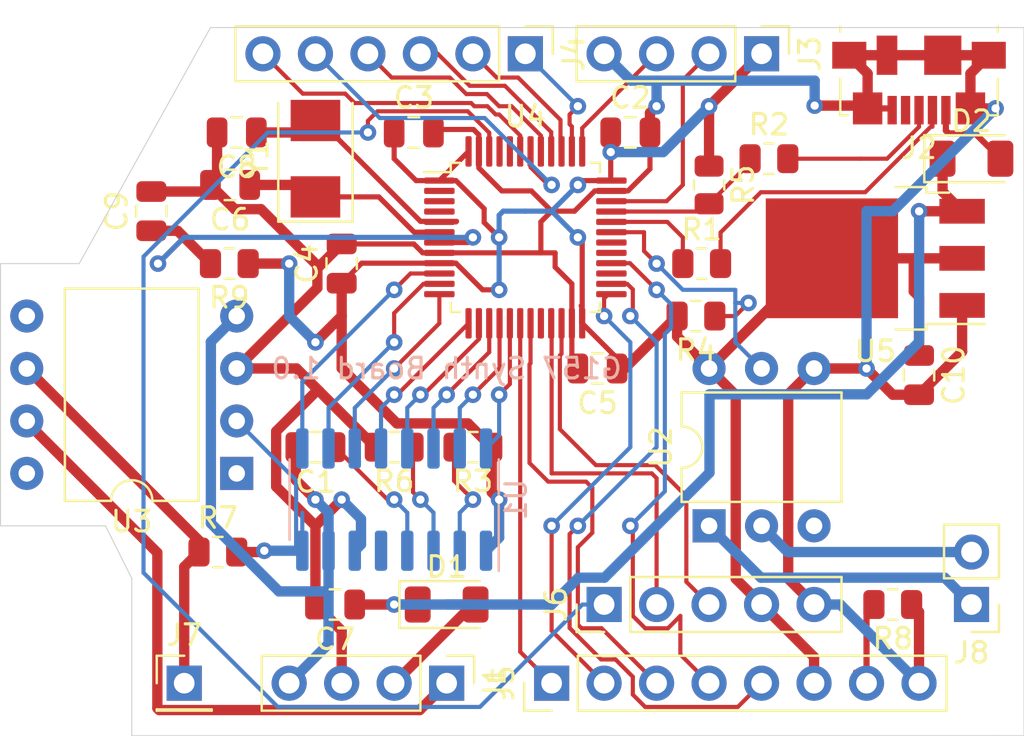
<source format=kicad_pcb>
(kicad_pcb (version 20171130) (host pcbnew "(5.1.10)-1")

  (general
    (thickness 1.6)
    (drawings 12)
    (tracks 509)
    (zones 0)
    (modules 35)
    (nets 63)
  )

  (page A4)
  (layers
    (0 F.Cu signal)
    (31 B.Cu signal)
    (32 B.Adhes user)
    (33 F.Adhes user)
    (34 B.Paste user)
    (35 F.Paste user)
    (36 B.SilkS user)
    (37 F.SilkS user)
    (38 B.Mask user)
    (39 F.Mask user)
    (40 Dwgs.User user)
    (41 Cmts.User user)
    (42 Eco1.User user)
    (43 Eco2.User user)
    (44 Edge.Cuts user)
    (45 Margin user)
    (46 B.CrtYd user)
    (47 F.CrtYd user)
    (48 B.Fab user)
    (49 F.Fab user)
  )

  (setup
    (last_trace_width 0.5)
    (user_trace_width 0.2)
    (user_trace_width 0.3)
    (user_trace_width 0.305)
    (user_trace_width 0.5)
    (trace_clearance 0.2)
    (zone_clearance 0.508)
    (zone_45_only no)
    (trace_min 0.2)
    (via_size 0.8)
    (via_drill 0.4)
    (via_min_size 0.4)
    (via_min_drill 0.3)
    (uvia_size 0.3)
    (uvia_drill 0.1)
    (uvias_allowed no)
    (uvia_min_size 0.2)
    (uvia_min_drill 0.1)
    (edge_width 0.05)
    (segment_width 0.2)
    (pcb_text_width 0.3)
    (pcb_text_size 1.5 1.5)
    (mod_edge_width 0.12)
    (mod_text_size 1 1)
    (mod_text_width 0.15)
    (pad_size 1.524 1.524)
    (pad_drill 0.762)
    (pad_to_mask_clearance 0)
    (aux_axis_origin 0 0)
    (visible_elements 7FFDFFFF)
    (pcbplotparams
      (layerselection 0x010fc_ffffffff)
      (usegerberextensions false)
      (usegerberattributes true)
      (usegerberadvancedattributes true)
      (creategerberjobfile true)
      (excludeedgelayer true)
      (linewidth 0.100000)
      (plotframeref false)
      (viasonmask false)
      (mode 1)
      (useauxorigin false)
      (hpglpennumber 1)
      (hpglpenspeed 20)
      (hpglpendiameter 15.000000)
      (psnegative false)
      (psa4output false)
      (plotreference true)
      (plotvalue true)
      (plotinvisibletext false)
      (padsonsilk false)
      (subtractmaskfromsilk false)
      (outputformat 1)
      (mirror false)
      (drillshape 1)
      (scaleselection 1)
      (outputdirectory ""))
  )

  (net 0 "")
  (net 1 GPIOA7)
  (net 2 GPIOA6)
  (net 3 GPIOA5)
  (net 4 GPIOA4)
  (net 5 GPIOA3)
  (net 6 GPIOA2)
  (net 7 GPIOA1)
  (net 8 GPIOA0)
  (net 9 IO)
  (net 10 -9V)
  (net 11 GND)
  (net 12 "Net-(U1-Pad5)")
  (net 13 "Net-(C1-Pad1)")
  (net 14 "Net-(R6-Pad1)")
  (net 15 "Net-(R3-Pad2)")
  (net 16 +3V3)
  (net 17 +5V)
  (net 18 "Net-(U2-Pad3)")
  (net 19 RX1)
  (net 20 MIDI5)
  (net 21 MIDI4)
  (net 22 GPIOB9)
  (net 23 "Net-(U4-Pad45)")
  (net 24 "Net-(U4-Pad44)")
  (net 25 I2C_SDA1)
  (net 26 I2C_SCL1)
  (net 27 SPI_MOSI1)
  (net 28 SPI_MISO1)
  (net 29 SPI_SCK1)
  (net 30 SPI_NSS1)
  (net 31 SWCLK)
  (net 32 SWDIO)
  (net 33 PA12)
  (net 34 PA11)
  (net 35 "Net-(U4-Pad30)")
  (net 36 "Net-(U4-Pad29)")
  (net 37 SPI_MOSI2)
  (net 38 "Net-(U4-Pad27)")
  (net 39 SPI_SCK2)
  (net 40 SPI_NSS2)
  (net 41 GPIOB11)
  (net 42 GPIOB10)
  (net 43 "Net-(U4-Pad20)")
  (net 44 LCD_DC)
  (net 45 LCD_RST)
  (net 46 "Net-(U4-Pad4)")
  (net 47 "Net-(U4-Pad3)")
  (net 48 "Net-(U4-Pad2)")
  (net 49 "Net-(C6-Pad1)")
  (net 50 "Net-(C8-Pad1)")
  (net 51 "Net-(C9-Pad1)")
  (net 52 "Net-(D1-Pad2)")
  (net 53 "Net-(D2-Pad2)")
  (net 54 +9V)
  (net 55 "Net-(J2-Pad4)")
  (net 56 "Net-(J2-Pad3)")
  (net 57 "Net-(J2-Pad2)")
  (net 58 "Net-(J5-Pad7)")
  (net 59 AUDIO_OUT)
  (net 60 "Net-(U3-Pad8)")
  (net 61 "Net-(U3-Pad5)")
  (net 62 "Net-(U3-Pad1)")

  (net_class Default "This is the default net class."
    (clearance 0.2)
    (trace_width 0.25)
    (via_dia 0.8)
    (via_drill 0.4)
    (uvia_dia 0.3)
    (uvia_drill 0.1)
    (add_net +3V3)
    (add_net +5V)
    (add_net +9V)
    (add_net -9V)
    (add_net AUDIO_OUT)
    (add_net GND)
    (add_net GPIOA0)
    (add_net GPIOA1)
    (add_net GPIOA2)
    (add_net GPIOA3)
    (add_net GPIOA4)
    (add_net GPIOA5)
    (add_net GPIOA6)
    (add_net GPIOA7)
    (add_net GPIOB10)
    (add_net GPIOB11)
    (add_net GPIOB9)
    (add_net I2C_SCL1)
    (add_net I2C_SDA1)
    (add_net IO)
    (add_net LCD_DC)
    (add_net LCD_RST)
    (add_net MIDI4)
    (add_net MIDI5)
    (add_net "Net-(C1-Pad1)")
    (add_net "Net-(C6-Pad1)")
    (add_net "Net-(C8-Pad1)")
    (add_net "Net-(C9-Pad1)")
    (add_net "Net-(D1-Pad2)")
    (add_net "Net-(D2-Pad2)")
    (add_net "Net-(J2-Pad2)")
    (add_net "Net-(J2-Pad3)")
    (add_net "Net-(J2-Pad4)")
    (add_net "Net-(J5-Pad7)")
    (add_net "Net-(R3-Pad2)")
    (add_net "Net-(R6-Pad1)")
    (add_net "Net-(U1-Pad5)")
    (add_net "Net-(U2-Pad3)")
    (add_net "Net-(U3-Pad1)")
    (add_net "Net-(U3-Pad5)")
    (add_net "Net-(U3-Pad8)")
    (add_net "Net-(U4-Pad2)")
    (add_net "Net-(U4-Pad20)")
    (add_net "Net-(U4-Pad27)")
    (add_net "Net-(U4-Pad29)")
    (add_net "Net-(U4-Pad3)")
    (add_net "Net-(U4-Pad30)")
    (add_net "Net-(U4-Pad4)")
    (add_net "Net-(U4-Pad44)")
    (add_net "Net-(U4-Pad45)")
    (add_net PA11)
    (add_net PA12)
    (add_net RX1)
    (add_net SPI_MISO1)
    (add_net SPI_MOSI1)
    (add_net SPI_MOSI2)
    (add_net SPI_NSS1)
    (add_net SPI_NSS2)
    (add_net SPI_SCK1)
    (add_net SPI_SCK2)
    (add_net SWCLK)
    (add_net SWDIO)
  )

  (module Crystal:Crystal_SMD_5032-2Pin_5.0x3.2mm (layer F.Cu) (tedit 5A0FD1B2) (tstamp 616923BE)
    (at 138.43 55.88 90)
    (descr "SMD Crystal SERIES SMD2520/2 http://www.icbase.com/File/PDF/HKC/HKC00061008.pdf, 5.0x3.2mm^2 package")
    (tags "SMD SMT crystal")
    (path /61693389)
    (attr smd)
    (fp_text reference Y1 (at 0 -2.8 90) (layer F.SilkS)
      (effects (font (size 1 1) (thickness 0.15)))
    )
    (fp_text value Crystal (at 0 2.8 90) (layer F.Fab)
      (effects (font (size 1 1) (thickness 0.15)))
    )
    (fp_circle (center 0 0) (end 0.093333 0) (layer F.Adhes) (width 0.186667))
    (fp_circle (center 0 0) (end 0.213333 0) (layer F.Adhes) (width 0.133333))
    (fp_circle (center 0 0) (end 0.333333 0) (layer F.Adhes) (width 0.133333))
    (fp_circle (center 0 0) (end 0.4 0) (layer F.Adhes) (width 0.1))
    (fp_line (start 3.1 -1.9) (end -3.1 -1.9) (layer F.CrtYd) (width 0.05))
    (fp_line (start 3.1 1.9) (end 3.1 -1.9) (layer F.CrtYd) (width 0.05))
    (fp_line (start -3.1 1.9) (end 3.1 1.9) (layer F.CrtYd) (width 0.05))
    (fp_line (start -3.1 -1.9) (end -3.1 1.9) (layer F.CrtYd) (width 0.05))
    (fp_line (start -3.05 1.8) (end 2.7 1.8) (layer F.SilkS) (width 0.12))
    (fp_line (start -3.05 -1.8) (end -3.05 1.8) (layer F.SilkS) (width 0.12))
    (fp_line (start 2.7 -1.8) (end -3.05 -1.8) (layer F.SilkS) (width 0.12))
    (fp_line (start -2.5 0.6) (end -1.5 1.6) (layer F.Fab) (width 0.1))
    (fp_line (start -2.5 -1.4) (end -2.3 -1.6) (layer F.Fab) (width 0.1))
    (fp_line (start -2.5 1.4) (end -2.5 -1.4) (layer F.Fab) (width 0.1))
    (fp_line (start -2.3 1.6) (end -2.5 1.4) (layer F.Fab) (width 0.1))
    (fp_line (start 2.3 1.6) (end -2.3 1.6) (layer F.Fab) (width 0.1))
    (fp_line (start 2.5 1.4) (end 2.3 1.6) (layer F.Fab) (width 0.1))
    (fp_line (start 2.5 -1.4) (end 2.5 1.4) (layer F.Fab) (width 0.1))
    (fp_line (start 2.3 -1.6) (end 2.5 -1.4) (layer F.Fab) (width 0.1))
    (fp_line (start -2.3 -1.6) (end 2.3 -1.6) (layer F.Fab) (width 0.1))
    (fp_text user %R (at 0 0 90) (layer F.Fab)
      (effects (font (size 1 1) (thickness 0.15)))
    )
    (pad 2 smd rect (at 1.85 0 90) (size 2 2.4) (layers F.Cu F.Paste F.Mask)
      (net 50 "Net-(C8-Pad1)"))
    (pad 1 smd rect (at -1.85 0 90) (size 2 2.4) (layers F.Cu F.Paste F.Mask)
      (net 49 "Net-(C6-Pad1)"))
    (model ${KISYS3DMOD}/Crystal.3dshapes/Crystal_SMD_5032-2Pin_5.0x3.2mm.wrl
      (at (xyz 0 0 0))
      (scale (xyz 1 1 1))
      (rotate (xyz 0 0 0))
    )
  )

  (module Package_TO_SOT_SMD:TO-252-3_TabPin2 (layer F.Cu) (tedit 5A70F30B) (tstamp 616923A3)
    (at 165.525 60.705 180)
    (descr "TO-252 / DPAK SMD package, http://www.infineon.com/cms/en/product/packages/PG-TO252/PG-TO252-3-1/")
    (tags "DPAK TO-252 DPAK-3 TO-252-3 SOT-428")
    (path /616A77BA)
    (attr smd)
    (fp_text reference U5 (at 0 -4.5) (layer F.SilkS)
      (effects (font (size 1 1) (thickness 0.15)))
    )
    (fp_text value AMS1117CD-3.3 (at 0 4.5) (layer F.Fab)
      (effects (font (size 1 1) (thickness 0.15)))
    )
    (fp_line (start 5.55 -3.5) (end -5.55 -3.5) (layer F.CrtYd) (width 0.05))
    (fp_line (start 5.55 3.5) (end 5.55 -3.5) (layer F.CrtYd) (width 0.05))
    (fp_line (start -5.55 3.5) (end 5.55 3.5) (layer F.CrtYd) (width 0.05))
    (fp_line (start -5.55 -3.5) (end -5.55 3.5) (layer F.CrtYd) (width 0.05))
    (fp_line (start -2.47 3.18) (end -3.57 3.18) (layer F.SilkS) (width 0.12))
    (fp_line (start -2.47 3.45) (end -2.47 3.18) (layer F.SilkS) (width 0.12))
    (fp_line (start -0.97 3.45) (end -2.47 3.45) (layer F.SilkS) (width 0.12))
    (fp_line (start -2.47 -3.18) (end -5.3 -3.18) (layer F.SilkS) (width 0.12))
    (fp_line (start -2.47 -3.45) (end -2.47 -3.18) (layer F.SilkS) (width 0.12))
    (fp_line (start -0.97 -3.45) (end -2.47 -3.45) (layer F.SilkS) (width 0.12))
    (fp_line (start -4.97 2.655) (end -2.27 2.655) (layer F.Fab) (width 0.1))
    (fp_line (start -4.97 1.905) (end -4.97 2.655) (layer F.Fab) (width 0.1))
    (fp_line (start -2.27 1.905) (end -4.97 1.905) (layer F.Fab) (width 0.1))
    (fp_line (start -4.97 0.375) (end -2.27 0.375) (layer F.Fab) (width 0.1))
    (fp_line (start -4.97 -0.375) (end -4.97 0.375) (layer F.Fab) (width 0.1))
    (fp_line (start -2.27 -0.375) (end -4.97 -0.375) (layer F.Fab) (width 0.1))
    (fp_line (start -4.97 -1.905) (end -2.27 -1.905) (layer F.Fab) (width 0.1))
    (fp_line (start -4.97 -2.655) (end -4.97 -1.905) (layer F.Fab) (width 0.1))
    (fp_line (start -1.865 -2.655) (end -4.97 -2.655) (layer F.Fab) (width 0.1))
    (fp_line (start -1.27 -3.25) (end 3.95 -3.25) (layer F.Fab) (width 0.1))
    (fp_line (start -2.27 -2.25) (end -1.27 -3.25) (layer F.Fab) (width 0.1))
    (fp_line (start -2.27 3.25) (end -2.27 -2.25) (layer F.Fab) (width 0.1))
    (fp_line (start 3.95 3.25) (end -2.27 3.25) (layer F.Fab) (width 0.1))
    (fp_line (start 3.95 -3.25) (end 3.95 3.25) (layer F.Fab) (width 0.1))
    (fp_line (start 4.95 2.7) (end 3.95 2.7) (layer F.Fab) (width 0.1))
    (fp_line (start 4.95 -2.7) (end 4.95 2.7) (layer F.Fab) (width 0.1))
    (fp_line (start 3.95 -2.7) (end 4.95 -2.7) (layer F.Fab) (width 0.1))
    (fp_text user %R (at 0 0) (layer F.Fab)
      (effects (font (size 1 1) (thickness 0.15)))
    )
    (pad "" smd rect (at 0.425 1.525 180) (size 3.05 2.75) (layers F.Paste))
    (pad "" smd rect (at 3.775 -1.525 180) (size 3.05 2.75) (layers F.Paste))
    (pad "" smd rect (at 0.425 -1.525 180) (size 3.05 2.75) (layers F.Paste))
    (pad "" smd rect (at 3.775 1.525 180) (size 3.05 2.75) (layers F.Paste))
    (pad 2 smd rect (at 2.1 0 180) (size 6.4 5.8) (layers F.Cu F.Mask)
      (net 16 +3V3))
    (pad 3 smd rect (at -4.2 2.28 180) (size 2.2 1.2) (layers F.Cu F.Paste F.Mask)
      (net 17 +5V))
    (pad 2 smd rect (at -4.2 0 180) (size 2.2 1.2) (layers F.Cu F.Paste F.Mask)
      (net 16 +3V3))
    (pad 1 smd rect (at -4.2 -2.28 180) (size 2.2 1.2) (layers F.Cu F.Paste F.Mask)
      (net 11 GND))
    (model ${KISYS3DMOD}/Package_TO_SOT_SMD.3dshapes/TO-252-3_TabPin2.wrl
      (at (xyz 0 0 0))
      (scale (xyz 1 1 1))
      (rotate (xyz 0 0 0))
    )
  )

  (module Package_DIP:DIP-8_W10.16mm (layer F.Cu) (tedit 5A02E8C5) (tstamp 616922C7)
    (at 134.62 71.12 180)
    (descr "8-lead though-hole mounted DIP package, row spacing 10.16 mm (400 mils)")
    (tags "THT DIP DIL PDIP 2.54mm 10.16mm 400mil")
    (path /614EBB8C)
    (fp_text reference U3 (at 5.08 -2.33) (layer F.SilkS)
      (effects (font (size 1 1) (thickness 0.15)))
    )
    (fp_text value LM741 (at 5.08 9.95) (layer F.Fab)
      (effects (font (size 1 1) (thickness 0.15)))
    )
    (fp_line (start 11.25 -1.55) (end -1.05 -1.55) (layer F.CrtYd) (width 0.05))
    (fp_line (start 11.25 9.15) (end 11.25 -1.55) (layer F.CrtYd) (width 0.05))
    (fp_line (start -1.05 9.15) (end 11.25 9.15) (layer F.CrtYd) (width 0.05))
    (fp_line (start -1.05 -1.55) (end -1.05 9.15) (layer F.CrtYd) (width 0.05))
    (fp_line (start 8.315 -1.33) (end 6.08 -1.33) (layer F.SilkS) (width 0.12))
    (fp_line (start 8.315 8.95) (end 8.315 -1.33) (layer F.SilkS) (width 0.12))
    (fp_line (start 1.845 8.95) (end 8.315 8.95) (layer F.SilkS) (width 0.12))
    (fp_line (start 1.845 -1.33) (end 1.845 8.95) (layer F.SilkS) (width 0.12))
    (fp_line (start 4.08 -1.33) (end 1.845 -1.33) (layer F.SilkS) (width 0.12))
    (fp_line (start 1.905 -0.27) (end 2.905 -1.27) (layer F.Fab) (width 0.1))
    (fp_line (start 1.905 8.89) (end 1.905 -0.27) (layer F.Fab) (width 0.1))
    (fp_line (start 8.255 8.89) (end 1.905 8.89) (layer F.Fab) (width 0.1))
    (fp_line (start 8.255 -1.27) (end 8.255 8.89) (layer F.Fab) (width 0.1))
    (fp_line (start 2.905 -1.27) (end 8.255 -1.27) (layer F.Fab) (width 0.1))
    (fp_text user %R (at 5.08 3.81) (layer F.Fab)
      (effects (font (size 1 1) (thickness 0.15)))
    )
    (fp_arc (start 5.08 -1.33) (end 4.08 -1.33) (angle -180) (layer F.SilkS) (width 0.12))
    (pad 8 thru_hole oval (at 10.16 0 180) (size 1.6 1.6) (drill 0.8) (layers *.Cu *.Mask)
      (net 60 "Net-(U3-Pad8)"))
    (pad 4 thru_hole oval (at 0 7.62 180) (size 1.6 1.6) (drill 0.8) (layers *.Cu *.Mask)
      (net 10 -9V))
    (pad 7 thru_hole oval (at 10.16 2.54 180) (size 1.6 1.6) (drill 0.8) (layers *.Cu *.Mask)
      (net 54 +9V))
    (pad 3 thru_hole oval (at 0 5.08 180) (size 1.6 1.6) (drill 0.8) (layers *.Cu *.Mask)
      (net 11 GND))
    (pad 6 thru_hole oval (at 10.16 5.08 180) (size 1.6 1.6) (drill 0.8) (layers *.Cu *.Mask)
      (net 59 AUDIO_OUT))
    (pad 2 thru_hole oval (at 0 2.54 180) (size 1.6 1.6) (drill 0.8) (layers *.Cu *.Mask)
      (net 9 IO))
    (pad 5 thru_hole oval (at 10.16 7.62 180) (size 1.6 1.6) (drill 0.8) (layers *.Cu *.Mask)
      (net 61 "Net-(U3-Pad5)"))
    (pad 1 thru_hole rect (at 0 0 180) (size 1.6 1.6) (drill 0.8) (layers *.Cu *.Mask)
      (net 62 "Net-(U3-Pad1)"))
    (model ${KISYS3DMOD}/Package_DIP.3dshapes/DIP-8_W10.16mm.wrl
      (at (xyz 0 0 0))
      (scale (xyz 1 1 1))
      (rotate (xyz 0 0 0))
    )
  )

  (module Resistor_SMD:R_0805_2012Metric (layer F.Cu) (tedit 5F68FEEE) (tstamp 61692237)
    (at 134.2625 60.96 180)
    (descr "Resistor SMD 0805 (2012 Metric), square (rectangular) end terminal, IPC_7351 nominal, (Body size source: IPC-SM-782 page 72, https://www.pcb-3d.com/wordpress/wp-content/uploads/ipc-sm-782a_amendment_1_and_2.pdf), generated with kicad-footprint-generator")
    (tags resistor)
    (path /616A4C77)
    (attr smd)
    (fp_text reference R9 (at 0 -1.65) (layer F.SilkS)
      (effects (font (size 1 1) (thickness 0.15)))
    )
    (fp_text value 10k (at 0 1.65) (layer F.Fab)
      (effects (font (size 1 1) (thickness 0.15)))
    )
    (fp_line (start 1.68 0.95) (end -1.68 0.95) (layer F.CrtYd) (width 0.05))
    (fp_line (start 1.68 -0.95) (end 1.68 0.95) (layer F.CrtYd) (width 0.05))
    (fp_line (start -1.68 -0.95) (end 1.68 -0.95) (layer F.CrtYd) (width 0.05))
    (fp_line (start -1.68 0.95) (end -1.68 -0.95) (layer F.CrtYd) (width 0.05))
    (fp_line (start -0.227064 0.735) (end 0.227064 0.735) (layer F.SilkS) (width 0.12))
    (fp_line (start -0.227064 -0.735) (end 0.227064 -0.735) (layer F.SilkS) (width 0.12))
    (fp_line (start 1 0.625) (end -1 0.625) (layer F.Fab) (width 0.1))
    (fp_line (start 1 -0.625) (end 1 0.625) (layer F.Fab) (width 0.1))
    (fp_line (start -1 -0.625) (end 1 -0.625) (layer F.Fab) (width 0.1))
    (fp_line (start -1 0.625) (end -1 -0.625) (layer F.Fab) (width 0.1))
    (fp_text user %R (at 0 0) (layer F.Fab)
      (effects (font (size 0.5 0.5) (thickness 0.08)))
    )
    (pad 2 smd roundrect (at 0.9125 0 180) (size 1.025 1.4) (layers F.Cu F.Paste F.Mask) (roundrect_rratio 0.243902)
      (net 51 "Net-(C9-Pad1)"))
    (pad 1 smd roundrect (at -0.9125 0 180) (size 1.025 1.4) (layers F.Cu F.Paste F.Mask) (roundrect_rratio 0.243902)
      (net 16 +3V3))
    (model ${KISYS3DMOD}/Resistor_SMD.3dshapes/R_0805_2012Metric.wrl
      (at (xyz 0 0 0))
      (scale (xyz 1 1 1))
      (rotate (xyz 0 0 0))
    )
  )

  (module Resistor_SMD:R_0805_2012Metric (layer F.Cu) (tedit 5F68FEEE) (tstamp 61692226)
    (at 166.37 77.47 180)
    (descr "Resistor SMD 0805 (2012 Metric), square (rectangular) end terminal, IPC_7351 nominal, (Body size source: IPC-SM-782 page 72, https://www.pcb-3d.com/wordpress/wp-content/uploads/ipc-sm-782a_amendment_1_and_2.pdf), generated with kicad-footprint-generator")
    (tags resistor)
    (path /615C5737)
    (attr smd)
    (fp_text reference R8 (at 0 -1.65) (layer F.SilkS)
      (effects (font (size 1 1) (thickness 0.15)))
    )
    (fp_text value 200 (at 0 1.65) (layer F.Fab)
      (effects (font (size 1 1) (thickness 0.15)))
    )
    (fp_line (start 1.68 0.95) (end -1.68 0.95) (layer F.CrtYd) (width 0.05))
    (fp_line (start 1.68 -0.95) (end 1.68 0.95) (layer F.CrtYd) (width 0.05))
    (fp_line (start -1.68 -0.95) (end 1.68 -0.95) (layer F.CrtYd) (width 0.05))
    (fp_line (start -1.68 0.95) (end -1.68 -0.95) (layer F.CrtYd) (width 0.05))
    (fp_line (start -0.227064 0.735) (end 0.227064 0.735) (layer F.SilkS) (width 0.12))
    (fp_line (start -0.227064 -0.735) (end 0.227064 -0.735) (layer F.SilkS) (width 0.12))
    (fp_line (start 1 0.625) (end -1 0.625) (layer F.Fab) (width 0.1))
    (fp_line (start 1 -0.625) (end 1 0.625) (layer F.Fab) (width 0.1))
    (fp_line (start -1 -0.625) (end 1 -0.625) (layer F.Fab) (width 0.1))
    (fp_line (start -1 0.625) (end -1 -0.625) (layer F.Fab) (width 0.1))
    (fp_text user %R (at 0 0) (layer F.Fab)
      (effects (font (size 0.5 0.5) (thickness 0.08)))
    )
    (pad 2 smd roundrect (at 0.9125 0 180) (size 1.025 1.4) (layers F.Cu F.Paste F.Mask) (roundrect_rratio 0.243902)
      (net 58 "Net-(J5-Pad7)"))
    (pad 1 smd roundrect (at -0.9125 0 180) (size 1.025 1.4) (layers F.Cu F.Paste F.Mask) (roundrect_rratio 0.243902)
      (net 11 GND))
    (model ${KISYS3DMOD}/Resistor_SMD.3dshapes/R_0805_2012Metric.wrl
      (at (xyz 0 0 0))
      (scale (xyz 1 1 1))
      (rotate (xyz 0 0 0))
    )
  )

  (module Resistor_SMD:R_0805_2012Metric (layer F.Cu) (tedit 5F68FEEE) (tstamp 61692215)
    (at 133.7075 74.93)
    (descr "Resistor SMD 0805 (2012 Metric), square (rectangular) end terminal, IPC_7351 nominal, (Body size source: IPC-SM-782 page 72, https://www.pcb-3d.com/wordpress/wp-content/uploads/ipc-sm-782a_amendment_1_and_2.pdf), generated with kicad-footprint-generator")
    (tags resistor)
    (path /614ECE4D)
    (attr smd)
    (fp_text reference R7 (at 0 -1.65) (layer F.SilkS)
      (effects (font (size 1 1) (thickness 0.15)))
    )
    (fp_text value 4700 (at 0 1.65) (layer F.Fab)
      (effects (font (size 1 1) (thickness 0.15)))
    )
    (fp_line (start 1.68 0.95) (end -1.68 0.95) (layer F.CrtYd) (width 0.05))
    (fp_line (start 1.68 -0.95) (end 1.68 0.95) (layer F.CrtYd) (width 0.05))
    (fp_line (start -1.68 -0.95) (end 1.68 -0.95) (layer F.CrtYd) (width 0.05))
    (fp_line (start -1.68 0.95) (end -1.68 -0.95) (layer F.CrtYd) (width 0.05))
    (fp_line (start -0.227064 0.735) (end 0.227064 0.735) (layer F.SilkS) (width 0.12))
    (fp_line (start -0.227064 -0.735) (end 0.227064 -0.735) (layer F.SilkS) (width 0.12))
    (fp_line (start 1 0.625) (end -1 0.625) (layer F.Fab) (width 0.1))
    (fp_line (start 1 -0.625) (end 1 0.625) (layer F.Fab) (width 0.1))
    (fp_line (start -1 -0.625) (end 1 -0.625) (layer F.Fab) (width 0.1))
    (fp_line (start -1 0.625) (end -1 -0.625) (layer F.Fab) (width 0.1))
    (fp_text user %R (at 0 0) (layer F.Fab)
      (effects (font (size 0.5 0.5) (thickness 0.08)))
    )
    (pad 2 smd roundrect (at 0.9125 0) (size 1.025 1.4) (layers F.Cu F.Paste F.Mask) (roundrect_rratio 0.243902)
      (net 9 IO))
    (pad 1 smd roundrect (at -0.9125 0) (size 1.025 1.4) (layers F.Cu F.Paste F.Mask) (roundrect_rratio 0.243902)
      (net 59 AUDIO_OUT))
    (model ${KISYS3DMOD}/Resistor_SMD.3dshapes/R_0805_2012Metric.wrl
      (at (xyz 0 0 0))
      (scale (xyz 1 1 1))
      (rotate (xyz 0 0 0))
    )
  )

  (module Resistor_SMD:R_0805_2012Metric (layer F.Cu) (tedit 5F68FEEE) (tstamp 61692204)
    (at 142.24 69.85 180)
    (descr "Resistor SMD 0805 (2012 Metric), square (rectangular) end terminal, IPC_7351 nominal, (Body size source: IPC-SM-782 page 72, https://www.pcb-3d.com/wordpress/wp-content/uploads/ipc-sm-782a_amendment_1_and_2.pdf), generated with kicad-footprint-generator")
    (tags resistor)
    (path /614E7823)
    (attr smd)
    (fp_text reference R6 (at 0 -1.65) (layer F.SilkS)
      (effects (font (size 1 1) (thickness 0.15)))
    )
    (fp_text value 4700 (at 0 1.65) (layer F.Fab)
      (effects (font (size 1 1) (thickness 0.15)))
    )
    (fp_line (start 1.68 0.95) (end -1.68 0.95) (layer F.CrtYd) (width 0.05))
    (fp_line (start 1.68 -0.95) (end 1.68 0.95) (layer F.CrtYd) (width 0.05))
    (fp_line (start -1.68 -0.95) (end 1.68 -0.95) (layer F.CrtYd) (width 0.05))
    (fp_line (start -1.68 0.95) (end -1.68 -0.95) (layer F.CrtYd) (width 0.05))
    (fp_line (start -0.227064 0.735) (end 0.227064 0.735) (layer F.SilkS) (width 0.12))
    (fp_line (start -0.227064 -0.735) (end 0.227064 -0.735) (layer F.SilkS) (width 0.12))
    (fp_line (start 1 0.625) (end -1 0.625) (layer F.Fab) (width 0.1))
    (fp_line (start 1 -0.625) (end 1 0.625) (layer F.Fab) (width 0.1))
    (fp_line (start -1 -0.625) (end 1 -0.625) (layer F.Fab) (width 0.1))
    (fp_line (start -1 0.625) (end -1 -0.625) (layer F.Fab) (width 0.1))
    (fp_text user %R (at 0 0) (layer F.Fab)
      (effects (font (size 0.5 0.5) (thickness 0.08)))
    )
    (pad 2 smd roundrect (at 0.9125 0 180) (size 1.025 1.4) (layers F.Cu F.Paste F.Mask) (roundrect_rratio 0.243902)
      (net 11 GND))
    (pad 1 smd roundrect (at -0.9125 0 180) (size 1.025 1.4) (layers F.Cu F.Paste F.Mask) (roundrect_rratio 0.243902)
      (net 14 "Net-(R6-Pad1)"))
    (model ${KISYS3DMOD}/Resistor_SMD.3dshapes/R_0805_2012Metric.wrl
      (at (xyz 0 0 0))
      (scale (xyz 1 1 1))
      (rotate (xyz 0 0 0))
    )
  )

  (module Resistor_SMD:R_0805_2012Metric (layer F.Cu) (tedit 5F68FEEE) (tstamp 616921F3)
    (at 157.48 57.15 270)
    (descr "Resistor SMD 0805 (2012 Metric), square (rectangular) end terminal, IPC_7351 nominal, (Body size source: IPC-SM-782 page 72, https://www.pcb-3d.com/wordpress/wp-content/uploads/ipc-sm-782a_amendment_1_and_2.pdf), generated with kicad-footprint-generator")
    (tags resistor)
    (path /615B910D)
    (attr smd)
    (fp_text reference R5 (at 0 -1.65 90) (layer F.SilkS)
      (effects (font (size 1 1) (thickness 0.15)))
    )
    (fp_text value 1500 (at 0 1.65 90) (layer F.Fab)
      (effects (font (size 1 1) (thickness 0.15)))
    )
    (fp_line (start 1.68 0.95) (end -1.68 0.95) (layer F.CrtYd) (width 0.05))
    (fp_line (start 1.68 -0.95) (end 1.68 0.95) (layer F.CrtYd) (width 0.05))
    (fp_line (start -1.68 -0.95) (end 1.68 -0.95) (layer F.CrtYd) (width 0.05))
    (fp_line (start -1.68 0.95) (end -1.68 -0.95) (layer F.CrtYd) (width 0.05))
    (fp_line (start -0.227064 0.735) (end 0.227064 0.735) (layer F.SilkS) (width 0.12))
    (fp_line (start -0.227064 -0.735) (end 0.227064 -0.735) (layer F.SilkS) (width 0.12))
    (fp_line (start 1 0.625) (end -1 0.625) (layer F.Fab) (width 0.1))
    (fp_line (start 1 -0.625) (end 1 0.625) (layer F.Fab) (width 0.1))
    (fp_line (start -1 -0.625) (end 1 -0.625) (layer F.Fab) (width 0.1))
    (fp_line (start -1 0.625) (end -1 -0.625) (layer F.Fab) (width 0.1))
    (fp_text user %R (at 0 0 90) (layer F.Fab)
      (effects (font (size 0.5 0.5) (thickness 0.08)))
    )
    (pad 2 smd roundrect (at 0.9125 0 270) (size 1.025 1.4) (layers F.Cu F.Paste F.Mask) (roundrect_rratio 0.243902)
      (net 33 PA12))
    (pad 1 smd roundrect (at -0.9125 0 270) (size 1.025 1.4) (layers F.Cu F.Paste F.Mask) (roundrect_rratio 0.243902)
      (net 16 +3V3))
    (model ${KISYS3DMOD}/Resistor_SMD.3dshapes/R_0805_2012Metric.wrl
      (at (xyz 0 0 0))
      (scale (xyz 1 1 1))
      (rotate (xyz 0 0 0))
    )
  )

  (module Resistor_SMD:R_0805_2012Metric (layer F.Cu) (tedit 5F68FEEE) (tstamp 616921E2)
    (at 156.845 63.5 180)
    (descr "Resistor SMD 0805 (2012 Metric), square (rectangular) end terminal, IPC_7351 nominal, (Body size source: IPC-SM-782 page 72, https://www.pcb-3d.com/wordpress/wp-content/uploads/ipc-sm-782a_amendment_1_and_2.pdf), generated with kicad-footprint-generator")
    (tags resistor)
    (path /615D1D6A)
    (attr smd)
    (fp_text reference R4 (at 0 -1.65) (layer F.SilkS)
      (effects (font (size 1 1) (thickness 0.15)))
    )
    (fp_text value 280 (at 0 1.65) (layer F.Fab)
      (effects (font (size 1 1) (thickness 0.15)))
    )
    (fp_line (start 1.68 0.95) (end -1.68 0.95) (layer F.CrtYd) (width 0.05))
    (fp_line (start 1.68 -0.95) (end 1.68 0.95) (layer F.CrtYd) (width 0.05))
    (fp_line (start -1.68 -0.95) (end 1.68 -0.95) (layer F.CrtYd) (width 0.05))
    (fp_line (start -1.68 0.95) (end -1.68 -0.95) (layer F.CrtYd) (width 0.05))
    (fp_line (start -0.227064 0.735) (end 0.227064 0.735) (layer F.SilkS) (width 0.12))
    (fp_line (start -0.227064 -0.735) (end 0.227064 -0.735) (layer F.SilkS) (width 0.12))
    (fp_line (start 1 0.625) (end -1 0.625) (layer F.Fab) (width 0.1))
    (fp_line (start 1 -0.625) (end 1 0.625) (layer F.Fab) (width 0.1))
    (fp_line (start -1 -0.625) (end 1 -0.625) (layer F.Fab) (width 0.1))
    (fp_line (start -1 0.625) (end -1 -0.625) (layer F.Fab) (width 0.1))
    (fp_text user %R (at 0 0) (layer F.Fab)
      (effects (font (size 0.5 0.5) (thickness 0.08)))
    )
    (pad 2 smd roundrect (at 0.9125 0 180) (size 1.025 1.4) (layers F.Cu F.Paste F.Mask) (roundrect_rratio 0.243902)
      (net 16 +3V3))
    (pad 1 smd roundrect (at -0.9125 0 180) (size 1.025 1.4) (layers F.Cu F.Paste F.Mask) (roundrect_rratio 0.243902)
      (net 19 RX1))
    (model ${KISYS3DMOD}/Resistor_SMD.3dshapes/R_0805_2012Metric.wrl
      (at (xyz 0 0 0))
      (scale (xyz 1 1 1))
      (rotate (xyz 0 0 0))
    )
  )

  (module Resistor_SMD:R_0805_2012Metric (layer F.Cu) (tedit 5F68FEEE) (tstamp 616921D1)
    (at 146.05 69.85 180)
    (descr "Resistor SMD 0805 (2012 Metric), square (rectangular) end terminal, IPC_7351 nominal, (Body size source: IPC-SM-782 page 72, https://www.pcb-3d.com/wordpress/wp-content/uploads/ipc-sm-782a_amendment_1_and_2.pdf), generated with kicad-footprint-generator")
    (tags resistor)
    (path /614E72B4)
    (attr smd)
    (fp_text reference R3 (at 0 -1.65) (layer F.SilkS)
      (effects (font (size 1 1) (thickness 0.15)))
    )
    (fp_text value 3000 (at 0 1.65) (layer F.Fab)
      (effects (font (size 1 1) (thickness 0.15)))
    )
    (fp_line (start 1.68 0.95) (end -1.68 0.95) (layer F.CrtYd) (width 0.05))
    (fp_line (start 1.68 -0.95) (end 1.68 0.95) (layer F.CrtYd) (width 0.05))
    (fp_line (start -1.68 -0.95) (end 1.68 -0.95) (layer F.CrtYd) (width 0.05))
    (fp_line (start -1.68 0.95) (end -1.68 -0.95) (layer F.CrtYd) (width 0.05))
    (fp_line (start -0.227064 0.735) (end 0.227064 0.735) (layer F.SilkS) (width 0.12))
    (fp_line (start -0.227064 -0.735) (end 0.227064 -0.735) (layer F.SilkS) (width 0.12))
    (fp_line (start 1 0.625) (end -1 0.625) (layer F.Fab) (width 0.1))
    (fp_line (start 1 -0.625) (end 1 0.625) (layer F.Fab) (width 0.1))
    (fp_line (start -1 -0.625) (end 1 -0.625) (layer F.Fab) (width 0.1))
    (fp_line (start -1 0.625) (end -1 -0.625) (layer F.Fab) (width 0.1))
    (fp_text user %R (at 0 0) (layer F.Fab)
      (effects (font (size 0.5 0.5) (thickness 0.08)))
    )
    (pad 2 smd roundrect (at 0.9125 0 180) (size 1.025 1.4) (layers F.Cu F.Paste F.Mask) (roundrect_rratio 0.243902)
      (net 15 "Net-(R3-Pad2)"))
    (pad 1 smd roundrect (at -0.9125 0 180) (size 1.025 1.4) (layers F.Cu F.Paste F.Mask) (roundrect_rratio 0.243902)
      (net 16 +3V3))
    (model ${KISYS3DMOD}/Resistor_SMD.3dshapes/R_0805_2012Metric.wrl
      (at (xyz 0 0 0))
      (scale (xyz 1 1 1))
      (rotate (xyz 0 0 0))
    )
  )

  (module Resistor_SMD:R_0805_2012Metric (layer F.Cu) (tedit 5F68FEEE) (tstamp 616921C0)
    (at 160.3775 55.88)
    (descr "Resistor SMD 0805 (2012 Metric), square (rectangular) end terminal, IPC_7351 nominal, (Body size source: IPC-SM-782 page 72, https://www.pcb-3d.com/wordpress/wp-content/uploads/ipc-sm-782a_amendment_1_and_2.pdf), generated with kicad-footprint-generator")
    (tags resistor)
    (path /615B6788)
    (attr smd)
    (fp_text reference R2 (at 0 -1.65) (layer F.SilkS)
      (effects (font (size 1 1) (thickness 0.15)))
    )
    (fp_text value 20 (at 0 1.65) (layer F.Fab)
      (effects (font (size 1 1) (thickness 0.15)))
    )
    (fp_line (start 1.68 0.95) (end -1.68 0.95) (layer F.CrtYd) (width 0.05))
    (fp_line (start 1.68 -0.95) (end 1.68 0.95) (layer F.CrtYd) (width 0.05))
    (fp_line (start -1.68 -0.95) (end 1.68 -0.95) (layer F.CrtYd) (width 0.05))
    (fp_line (start -1.68 0.95) (end -1.68 -0.95) (layer F.CrtYd) (width 0.05))
    (fp_line (start -0.227064 0.735) (end 0.227064 0.735) (layer F.SilkS) (width 0.12))
    (fp_line (start -0.227064 -0.735) (end 0.227064 -0.735) (layer F.SilkS) (width 0.12))
    (fp_line (start 1 0.625) (end -1 0.625) (layer F.Fab) (width 0.1))
    (fp_line (start 1 -0.625) (end 1 0.625) (layer F.Fab) (width 0.1))
    (fp_line (start -1 -0.625) (end 1 -0.625) (layer F.Fab) (width 0.1))
    (fp_line (start -1 0.625) (end -1 -0.625) (layer F.Fab) (width 0.1))
    (fp_text user %R (at 0 0) (layer F.Fab)
      (effects (font (size 0.5 0.5) (thickness 0.08)))
    )
    (pad 2 smd roundrect (at 0.9125 0) (size 1.025 1.4) (layers F.Cu F.Paste F.Mask) (roundrect_rratio 0.243902)
      (net 56 "Net-(J2-Pad3)"))
    (pad 1 smd roundrect (at -0.9125 0) (size 1.025 1.4) (layers F.Cu F.Paste F.Mask) (roundrect_rratio 0.243902)
      (net 33 PA12))
    (model ${KISYS3DMOD}/Resistor_SMD.3dshapes/R_0805_2012Metric.wrl
      (at (xyz 0 0 0))
      (scale (xyz 1 1 1))
      (rotate (xyz 0 0 0))
    )
  )

  (module Resistor_SMD:R_0805_2012Metric (layer F.Cu) (tedit 5F68FEEE) (tstamp 616921AF)
    (at 157.1225 60.96)
    (descr "Resistor SMD 0805 (2012 Metric), square (rectangular) end terminal, IPC_7351 nominal, (Body size source: IPC-SM-782 page 72, https://www.pcb-3d.com/wordpress/wp-content/uploads/ipc-sm-782a_amendment_1_and_2.pdf), generated with kicad-footprint-generator")
    (tags resistor)
    (path /615B4C27)
    (attr smd)
    (fp_text reference R1 (at 0 -1.65) (layer F.SilkS)
      (effects (font (size 1 1) (thickness 0.15)))
    )
    (fp_text value 20 (at 0 1.65) (layer F.Fab)
      (effects (font (size 1 1) (thickness 0.15)))
    )
    (fp_line (start 1.68 0.95) (end -1.68 0.95) (layer F.CrtYd) (width 0.05))
    (fp_line (start 1.68 -0.95) (end 1.68 0.95) (layer F.CrtYd) (width 0.05))
    (fp_line (start -1.68 -0.95) (end 1.68 -0.95) (layer F.CrtYd) (width 0.05))
    (fp_line (start -1.68 0.95) (end -1.68 -0.95) (layer F.CrtYd) (width 0.05))
    (fp_line (start -0.227064 0.735) (end 0.227064 0.735) (layer F.SilkS) (width 0.12))
    (fp_line (start -0.227064 -0.735) (end 0.227064 -0.735) (layer F.SilkS) (width 0.12))
    (fp_line (start 1 0.625) (end -1 0.625) (layer F.Fab) (width 0.1))
    (fp_line (start 1 -0.625) (end 1 0.625) (layer F.Fab) (width 0.1))
    (fp_line (start -1 -0.625) (end 1 -0.625) (layer F.Fab) (width 0.1))
    (fp_line (start -1 0.625) (end -1 -0.625) (layer F.Fab) (width 0.1))
    (fp_text user %R (at 0 0) (layer F.Fab)
      (effects (font (size 0.5 0.5) (thickness 0.08)))
    )
    (pad 2 smd roundrect (at 0.9125 0) (size 1.025 1.4) (layers F.Cu F.Paste F.Mask) (roundrect_rratio 0.243902)
      (net 57 "Net-(J2-Pad2)"))
    (pad 1 smd roundrect (at -0.9125 0) (size 1.025 1.4) (layers F.Cu F.Paste F.Mask) (roundrect_rratio 0.243902)
      (net 34 PA11))
    (model ${KISYS3DMOD}/Resistor_SMD.3dshapes/R_0805_2012Metric.wrl
      (at (xyz 0 0 0))
      (scale (xyz 1 1 1))
      (rotate (xyz 0 0 0))
    )
  )

  (module Connector_PinHeader_2.54mm:PinHeader_1x02_P2.54mm_Vertical (layer F.Cu) (tedit 59FED5CC) (tstamp 6169219E)
    (at 170.18 77.47 180)
    (descr "Through hole straight pin header, 1x02, 2.54mm pitch, single row")
    (tags "Through hole pin header THT 1x02 2.54mm single row")
    (path /615CF88E)
    (fp_text reference J8 (at 0 -2.33) (layer F.SilkS)
      (effects (font (size 1 1) (thickness 0.15)))
    )
    (fp_text value Midi_In (at 0 4.87) (layer F.Fab)
      (effects (font (size 1 1) (thickness 0.15)))
    )
    (fp_line (start 1.8 -1.8) (end -1.8 -1.8) (layer F.CrtYd) (width 0.05))
    (fp_line (start 1.8 4.35) (end 1.8 -1.8) (layer F.CrtYd) (width 0.05))
    (fp_line (start -1.8 4.35) (end 1.8 4.35) (layer F.CrtYd) (width 0.05))
    (fp_line (start -1.8 -1.8) (end -1.8 4.35) (layer F.CrtYd) (width 0.05))
    (fp_line (start -1.33 -1.33) (end 0 -1.33) (layer F.SilkS) (width 0.12))
    (fp_line (start -1.33 0) (end -1.33 -1.33) (layer F.SilkS) (width 0.12))
    (fp_line (start -1.33 1.27) (end 1.33 1.27) (layer F.SilkS) (width 0.12))
    (fp_line (start 1.33 1.27) (end 1.33 3.87) (layer F.SilkS) (width 0.12))
    (fp_line (start -1.33 1.27) (end -1.33 3.87) (layer F.SilkS) (width 0.12))
    (fp_line (start -1.33 3.87) (end 1.33 3.87) (layer F.SilkS) (width 0.12))
    (fp_line (start -1.27 -0.635) (end -0.635 -1.27) (layer F.Fab) (width 0.1))
    (fp_line (start -1.27 3.81) (end -1.27 -0.635) (layer F.Fab) (width 0.1))
    (fp_line (start 1.27 3.81) (end -1.27 3.81) (layer F.Fab) (width 0.1))
    (fp_line (start 1.27 -1.27) (end 1.27 3.81) (layer F.Fab) (width 0.1))
    (fp_line (start -0.635 -1.27) (end 1.27 -1.27) (layer F.Fab) (width 0.1))
    (fp_text user %R (at 0 1.27 90) (layer F.Fab)
      (effects (font (size 1 1) (thickness 0.15)))
    )
    (pad 2 thru_hole oval (at 0 2.54 180) (size 1.7 1.7) (drill 1) (layers *.Cu *.Mask)
      (net 20 MIDI5))
    (pad 1 thru_hole rect (at 0 0 180) (size 1.7 1.7) (drill 1) (layers *.Cu *.Mask)
      (net 21 MIDI4))
    (model ${KISYS3DMOD}/Connector_PinHeader_2.54mm.3dshapes/PinHeader_1x02_P2.54mm_Vertical.wrl
      (at (xyz 0 0 0))
      (scale (xyz 1 1 1))
      (rotate (xyz 0 0 0))
    )
  )

  (module Connector_PinHeader_2.54mm:PinHeader_1x01_P2.54mm_Vertical (layer F.Cu) (tedit 59FED5CC) (tstamp 61692188)
    (at 132.08 81.28)
    (descr "Through hole straight pin header, 1x01, 2.54mm pitch, single row")
    (tags "Through hole pin header THT 1x01 2.54mm single row")
    (path /615CB762)
    (fp_text reference J7 (at 0 -2.33) (layer F.SilkS)
      (effects (font (size 1 1) (thickness 0.15)))
    )
    (fp_text value Audio_Out (at 0 2.33) (layer F.Fab)
      (effects (font (size 1 1) (thickness 0.15)))
    )
    (fp_line (start 1.8 -1.8) (end -1.8 -1.8) (layer F.CrtYd) (width 0.05))
    (fp_line (start 1.8 1.8) (end 1.8 -1.8) (layer F.CrtYd) (width 0.05))
    (fp_line (start -1.8 1.8) (end 1.8 1.8) (layer F.CrtYd) (width 0.05))
    (fp_line (start -1.8 -1.8) (end -1.8 1.8) (layer F.CrtYd) (width 0.05))
    (fp_line (start -1.33 -1.33) (end 0 -1.33) (layer F.SilkS) (width 0.12))
    (fp_line (start -1.33 0) (end -1.33 -1.33) (layer F.SilkS) (width 0.12))
    (fp_line (start -1.33 1.27) (end 1.33 1.27) (layer F.SilkS) (width 0.12))
    (fp_line (start 1.33 1.27) (end 1.33 1.33) (layer F.SilkS) (width 0.12))
    (fp_line (start -1.33 1.27) (end -1.33 1.33) (layer F.SilkS) (width 0.12))
    (fp_line (start -1.33 1.33) (end 1.33 1.33) (layer F.SilkS) (width 0.12))
    (fp_line (start -1.27 -0.635) (end -0.635 -1.27) (layer F.Fab) (width 0.1))
    (fp_line (start -1.27 1.27) (end -1.27 -0.635) (layer F.Fab) (width 0.1))
    (fp_line (start 1.27 1.27) (end -1.27 1.27) (layer F.Fab) (width 0.1))
    (fp_line (start 1.27 -1.27) (end 1.27 1.27) (layer F.Fab) (width 0.1))
    (fp_line (start -0.635 -1.27) (end 1.27 -1.27) (layer F.Fab) (width 0.1))
    (fp_text user %R (at 0 0 90) (layer F.Fab)
      (effects (font (size 1 1) (thickness 0.15)))
    )
    (pad 1 thru_hole rect (at 0 0) (size 1.7 1.7) (drill 1) (layers *.Cu *.Mask)
      (net 59 AUDIO_OUT))
    (model ${KISYS3DMOD}/Connector_PinHeader_2.54mm.3dshapes/PinHeader_1x01_P2.54mm_Vertical.wrl
      (at (xyz 0 0 0))
      (scale (xyz 1 1 1))
      (rotate (xyz 0 0 0))
    )
  )

  (module Connector_PinHeader_2.54mm:PinHeader_1x05_P2.54mm_Vertical (layer F.Cu) (tedit 59FED5CC) (tstamp 61692173)
    (at 152.4 77.47 90)
    (descr "Through hole straight pin header, 1x05, 2.54mm pitch, single row")
    (tags "Through hole pin header THT 1x05 2.54mm single row")
    (path /615D8D3A)
    (fp_text reference J6 (at 0 -2.33 90) (layer F.SilkS)
      (effects (font (size 1 1) (thickness 0.15)))
    )
    (fp_text value "KY-040 Rotary Encoder" (at 0 12.49 90) (layer F.Fab)
      (effects (font (size 1 1) (thickness 0.15)))
    )
    (fp_line (start 1.8 -1.8) (end -1.8 -1.8) (layer F.CrtYd) (width 0.05))
    (fp_line (start 1.8 11.95) (end 1.8 -1.8) (layer F.CrtYd) (width 0.05))
    (fp_line (start -1.8 11.95) (end 1.8 11.95) (layer F.CrtYd) (width 0.05))
    (fp_line (start -1.8 -1.8) (end -1.8 11.95) (layer F.CrtYd) (width 0.05))
    (fp_line (start -1.33 -1.33) (end 0 -1.33) (layer F.SilkS) (width 0.12))
    (fp_line (start -1.33 0) (end -1.33 -1.33) (layer F.SilkS) (width 0.12))
    (fp_line (start -1.33 1.27) (end 1.33 1.27) (layer F.SilkS) (width 0.12))
    (fp_line (start 1.33 1.27) (end 1.33 11.49) (layer F.SilkS) (width 0.12))
    (fp_line (start -1.33 1.27) (end -1.33 11.49) (layer F.SilkS) (width 0.12))
    (fp_line (start -1.33 11.49) (end 1.33 11.49) (layer F.SilkS) (width 0.12))
    (fp_line (start -1.27 -0.635) (end -0.635 -1.27) (layer F.Fab) (width 0.1))
    (fp_line (start -1.27 11.43) (end -1.27 -0.635) (layer F.Fab) (width 0.1))
    (fp_line (start 1.27 11.43) (end -1.27 11.43) (layer F.Fab) (width 0.1))
    (fp_line (start 1.27 -1.27) (end 1.27 11.43) (layer F.Fab) (width 0.1))
    (fp_line (start -0.635 -1.27) (end 1.27 -1.27) (layer F.Fab) (width 0.1))
    (fp_text user %R (at 0 5.08) (layer F.Fab)
      (effects (font (size 1 1) (thickness 0.15)))
    )
    (pad 5 thru_hole oval (at 0 10.16 90) (size 1.7 1.7) (drill 1) (layers *.Cu *.Mask)
      (net 11 GND))
    (pad 4 thru_hole oval (at 0 7.62 90) (size 1.7 1.7) (drill 1) (layers *.Cu *.Mask)
      (net 16 +3V3))
    (pad 3 thru_hole oval (at 0 5.08 90) (size 1.7 1.7) (drill 1) (layers *.Cu *.Mask)
      (net 41 GPIOB11))
    (pad 2 thru_hole oval (at 0 2.54 90) (size 1.7 1.7) (drill 1) (layers *.Cu *.Mask)
      (net 42 GPIOB10))
    (pad 1 thru_hole rect (at 0 0 90) (size 1.7 1.7) (drill 1) (layers *.Cu *.Mask)
      (net 22 GPIOB9))
    (model ${KISYS3DMOD}/Connector_PinHeader_2.54mm.3dshapes/PinHeader_1x05_P2.54mm_Vertical.wrl
      (at (xyz 0 0 0))
      (scale (xyz 1 1 1))
      (rotate (xyz 0 0 0))
    )
  )

  (module Connector_PinHeader_2.54mm:PinHeader_1x08_P2.54mm_Vertical (layer F.Cu) (tedit 59FED5CC) (tstamp 6169215A)
    (at 149.86 81.28 90)
    (descr "Through hole straight pin header, 1x08, 2.54mm pitch, single row")
    (tags "Through hole pin header THT 1x08 2.54mm single row")
    (path /615BF559)
    (fp_text reference J5 (at 0 -2.33 90) (layer F.SilkS)
      (effects (font (size 1 1) (thickness 0.15)))
    )
    (fp_text value PCD8544 (at 0 20.11 90) (layer F.Fab)
      (effects (font (size 1 1) (thickness 0.15)))
    )
    (fp_line (start 1.8 -1.8) (end -1.8 -1.8) (layer F.CrtYd) (width 0.05))
    (fp_line (start 1.8 19.55) (end 1.8 -1.8) (layer F.CrtYd) (width 0.05))
    (fp_line (start -1.8 19.55) (end 1.8 19.55) (layer F.CrtYd) (width 0.05))
    (fp_line (start -1.8 -1.8) (end -1.8 19.55) (layer F.CrtYd) (width 0.05))
    (fp_line (start -1.33 -1.33) (end 0 -1.33) (layer F.SilkS) (width 0.12))
    (fp_line (start -1.33 0) (end -1.33 -1.33) (layer F.SilkS) (width 0.12))
    (fp_line (start -1.33 1.27) (end 1.33 1.27) (layer F.SilkS) (width 0.12))
    (fp_line (start 1.33 1.27) (end 1.33 19.11) (layer F.SilkS) (width 0.12))
    (fp_line (start -1.33 1.27) (end -1.33 19.11) (layer F.SilkS) (width 0.12))
    (fp_line (start -1.33 19.11) (end 1.33 19.11) (layer F.SilkS) (width 0.12))
    (fp_line (start -1.27 -0.635) (end -0.635 -1.27) (layer F.Fab) (width 0.1))
    (fp_line (start -1.27 19.05) (end -1.27 -0.635) (layer F.Fab) (width 0.1))
    (fp_line (start 1.27 19.05) (end -1.27 19.05) (layer F.Fab) (width 0.1))
    (fp_line (start 1.27 -1.27) (end 1.27 19.05) (layer F.Fab) (width 0.1))
    (fp_line (start -0.635 -1.27) (end 1.27 -1.27) (layer F.Fab) (width 0.1))
    (fp_text user %R (at 0 8.89) (layer F.Fab)
      (effects (font (size 1 1) (thickness 0.15)))
    )
    (pad 8 thru_hole oval (at 0 17.78 90) (size 1.7 1.7) (drill 1) (layers *.Cu *.Mask)
      (net 11 GND))
    (pad 7 thru_hole oval (at 0 15.24 90) (size 1.7 1.7) (drill 1) (layers *.Cu *.Mask)
      (net 58 "Net-(J5-Pad7)"))
    (pad 6 thru_hole oval (at 0 12.7 90) (size 1.7 1.7) (drill 1) (layers *.Cu *.Mask)
      (net 16 +3V3))
    (pad 5 thru_hole oval (at 0 10.16 90) (size 1.7 1.7) (drill 1) (layers *.Cu *.Mask)
      (net 39 SPI_SCK2))
    (pad 4 thru_hole oval (at 0 7.62 90) (size 1.7 1.7) (drill 1) (layers *.Cu *.Mask)
      (net 37 SPI_MOSI2))
    (pad 3 thru_hole oval (at 0 5.08 90) (size 1.7 1.7) (drill 1) (layers *.Cu *.Mask)
      (net 44 LCD_DC))
    (pad 2 thru_hole oval (at 0 2.54 90) (size 1.7 1.7) (drill 1) (layers *.Cu *.Mask)
      (net 40 SPI_NSS2))
    (pad 1 thru_hole rect (at 0 0 90) (size 1.7 1.7) (drill 1) (layers *.Cu *.Mask)
      (net 45 LCD_RST))
    (model ${KISYS3DMOD}/Connector_PinHeader_2.54mm.3dshapes/PinHeader_1x08_P2.54mm_Vertical.wrl
      (at (xyz 0 0 0))
      (scale (xyz 1 1 1))
      (rotate (xyz 0 0 0))
    )
  )

  (module Connector_PinHeader_2.54mm:PinHeader_1x06_P2.54mm_Vertical (layer F.Cu) (tedit 59FED5CC) (tstamp 6169213E)
    (at 148.59 50.8 270)
    (descr "Through hole straight pin header, 1x06, 2.54mm pitch, single row")
    (tags "Through hole pin header THT 1x06 2.54mm single row")
    (path /615C3DCA)
    (fp_text reference J4 (at 0 -2.33 90) (layer F.SilkS)
      (effects (font (size 1 1) (thickness 0.15)))
    )
    (fp_text value Data_Output (at 0 15.03 90) (layer F.Fab)
      (effects (font (size 1 1) (thickness 0.15)))
    )
    (fp_line (start 1.8 -1.8) (end -1.8 -1.8) (layer F.CrtYd) (width 0.05))
    (fp_line (start 1.8 14.5) (end 1.8 -1.8) (layer F.CrtYd) (width 0.05))
    (fp_line (start -1.8 14.5) (end 1.8 14.5) (layer F.CrtYd) (width 0.05))
    (fp_line (start -1.8 -1.8) (end -1.8 14.5) (layer F.CrtYd) (width 0.05))
    (fp_line (start -1.33 -1.33) (end 0 -1.33) (layer F.SilkS) (width 0.12))
    (fp_line (start -1.33 0) (end -1.33 -1.33) (layer F.SilkS) (width 0.12))
    (fp_line (start -1.33 1.27) (end 1.33 1.27) (layer F.SilkS) (width 0.12))
    (fp_line (start 1.33 1.27) (end 1.33 14.03) (layer F.SilkS) (width 0.12))
    (fp_line (start -1.33 1.27) (end -1.33 14.03) (layer F.SilkS) (width 0.12))
    (fp_line (start -1.33 14.03) (end 1.33 14.03) (layer F.SilkS) (width 0.12))
    (fp_line (start -1.27 -0.635) (end -0.635 -1.27) (layer F.Fab) (width 0.1))
    (fp_line (start -1.27 13.97) (end -1.27 -0.635) (layer F.Fab) (width 0.1))
    (fp_line (start 1.27 13.97) (end -1.27 13.97) (layer F.Fab) (width 0.1))
    (fp_line (start 1.27 -1.27) (end 1.27 13.97) (layer F.Fab) (width 0.1))
    (fp_line (start -0.635 -1.27) (end 1.27 -1.27) (layer F.Fab) (width 0.1))
    (fp_text user %R (at 0 6.35) (layer F.Fab)
      (effects (font (size 1 1) (thickness 0.15)))
    )
    (pad 6 thru_hole oval (at 0 12.7 270) (size 1.7 1.7) (drill 1) (layers *.Cu *.Mask)
      (net 25 I2C_SDA1))
    (pad 5 thru_hole oval (at 0 10.16 270) (size 1.7 1.7) (drill 1) (layers *.Cu *.Mask)
      (net 26 I2C_SCL1))
    (pad 4 thru_hole oval (at 0 7.62 270) (size 1.7 1.7) (drill 1) (layers *.Cu *.Mask)
      (net 27 SPI_MOSI1))
    (pad 3 thru_hole oval (at 0 5.08 270) (size 1.7 1.7) (drill 1) (layers *.Cu *.Mask)
      (net 28 SPI_MISO1))
    (pad 2 thru_hole oval (at 0 2.54 270) (size 1.7 1.7) (drill 1) (layers *.Cu *.Mask)
      (net 29 SPI_SCK1))
    (pad 1 thru_hole rect (at 0 0 270) (size 1.7 1.7) (drill 1) (layers *.Cu *.Mask)
      (net 30 SPI_NSS1))
    (model ${KISYS3DMOD}/Connector_PinHeader_2.54mm.3dshapes/PinHeader_1x06_P2.54mm_Vertical.wrl
      (at (xyz 0 0 0))
      (scale (xyz 1 1 1))
      (rotate (xyz 0 0 0))
    )
  )

  (module Connector_PinHeader_2.54mm:PinHeader_1x04_P2.54mm_Vertical (layer F.Cu) (tedit 59FED5CC) (tstamp 61692124)
    (at 160.02 50.8 270)
    (descr "Through hole straight pin header, 1x04, 2.54mm pitch, single row")
    (tags "Through hole pin header THT 1x04 2.54mm single row")
    (path /615BF4E3)
    (fp_text reference J3 (at 0 -2.33 90) (layer F.SilkS)
      (effects (font (size 1 1) (thickness 0.15)))
    )
    (fp_text value Programming (at 0 9.95 90) (layer F.Fab)
      (effects (font (size 1 1) (thickness 0.15)))
    )
    (fp_line (start 1.8 -1.8) (end -1.8 -1.8) (layer F.CrtYd) (width 0.05))
    (fp_line (start 1.8 9.4) (end 1.8 -1.8) (layer F.CrtYd) (width 0.05))
    (fp_line (start -1.8 9.4) (end 1.8 9.4) (layer F.CrtYd) (width 0.05))
    (fp_line (start -1.8 -1.8) (end -1.8 9.4) (layer F.CrtYd) (width 0.05))
    (fp_line (start -1.33 -1.33) (end 0 -1.33) (layer F.SilkS) (width 0.12))
    (fp_line (start -1.33 0) (end -1.33 -1.33) (layer F.SilkS) (width 0.12))
    (fp_line (start -1.33 1.27) (end 1.33 1.27) (layer F.SilkS) (width 0.12))
    (fp_line (start 1.33 1.27) (end 1.33 8.95) (layer F.SilkS) (width 0.12))
    (fp_line (start -1.33 1.27) (end -1.33 8.95) (layer F.SilkS) (width 0.12))
    (fp_line (start -1.33 8.95) (end 1.33 8.95) (layer F.SilkS) (width 0.12))
    (fp_line (start -1.27 -0.635) (end -0.635 -1.27) (layer F.Fab) (width 0.1))
    (fp_line (start -1.27 8.89) (end -1.27 -0.635) (layer F.Fab) (width 0.1))
    (fp_line (start 1.27 8.89) (end -1.27 8.89) (layer F.Fab) (width 0.1))
    (fp_line (start 1.27 -1.27) (end 1.27 8.89) (layer F.Fab) (width 0.1))
    (fp_line (start -0.635 -1.27) (end 1.27 -1.27) (layer F.Fab) (width 0.1))
    (fp_text user %R (at 0 3.81) (layer F.Fab)
      (effects (font (size 1 1) (thickness 0.15)))
    )
    (pad 4 thru_hole oval (at 0 7.62 270) (size 1.7 1.7) (drill 1) (layers *.Cu *.Mask)
      (net 11 GND))
    (pad 3 thru_hole oval (at 0 5.08 270) (size 1.7 1.7) (drill 1) (layers *.Cu *.Mask)
      (net 31 SWCLK))
    (pad 2 thru_hole oval (at 0 2.54 270) (size 1.7 1.7) (drill 1) (layers *.Cu *.Mask)
      (net 32 SWDIO))
    (pad 1 thru_hole rect (at 0 0 270) (size 1.7 1.7) (drill 1) (layers *.Cu *.Mask)
      (net 16 +3V3))
    (model ${KISYS3DMOD}/Connector_PinHeader_2.54mm.3dshapes/PinHeader_1x04_P2.54mm_Vertical.wrl
      (at (xyz 0 0 0))
      (scale (xyz 1 1 1))
      (rotate (xyz 0 0 0))
    )
  )

  (module Connector_USB:USB_Micro-B_Molex_47346-0001 (layer F.Cu) (tedit 5D8620A7) (tstamp 6169210C)
    (at 167.64 52.07 180)
    (descr "Micro USB B receptable with flange, bottom-mount, SMD, right-angle (http://www.molex.com/pdm_docs/sd/473460001_sd.pdf)")
    (tags "Micro B USB SMD")
    (path /615B2AB4)
    (attr smd)
    (fp_text reference J2 (at 0 -3.3 180) (layer F.SilkS)
      (effects (font (size 1 1) (thickness 0.15)))
    )
    (fp_text value USB_B_Micro (at 0 4.6 180) (layer F.Fab)
      (effects (font (size 1 1) (thickness 0.15)))
    )
    (fp_text user "PCB Edge" (at 0 2.67 180) (layer Dwgs.User)
      (effects (font (size 0.4 0.4) (thickness 0.04)))
    )
    (fp_text user %R (at 0 1.2) (layer F.Fab)
      (effects (font (size 1 1) (thickness 0.15)))
    )
    (fp_line (start 3.81 -1.71) (end 3.43 -1.71) (layer F.SilkS) (width 0.12))
    (fp_line (start 4.7 3.85) (end -4.7 3.85) (layer F.CrtYd) (width 0.05))
    (fp_line (start 4.7 -2.65) (end 4.7 3.85) (layer F.CrtYd) (width 0.05))
    (fp_line (start -4.7 -2.65) (end 4.7 -2.65) (layer F.CrtYd) (width 0.05))
    (fp_line (start -4.7 3.85) (end -4.7 -2.65) (layer F.CrtYd) (width 0.05))
    (fp_line (start 3.75 3.35) (end -3.75 3.35) (layer F.Fab) (width 0.1))
    (fp_line (start 3.75 -1.65) (end 3.75 3.35) (layer F.Fab) (width 0.1))
    (fp_line (start -3.75 -1.65) (end 3.75 -1.65) (layer F.Fab) (width 0.1))
    (fp_line (start -3.75 3.35) (end -3.75 -1.65) (layer F.Fab) (width 0.1))
    (fp_line (start 3.81 2.34) (end 3.81 2.6) (layer F.SilkS) (width 0.12))
    (fp_line (start 3.81 -1.71) (end 3.81 0.06) (layer F.SilkS) (width 0.12))
    (fp_line (start -3.81 -1.71) (end -3.43 -1.71) (layer F.SilkS) (width 0.12))
    (fp_line (start -3.81 0.06) (end -3.81 -1.71) (layer F.SilkS) (width 0.12))
    (fp_line (start -3.81 2.6) (end -3.81 2.34) (layer F.SilkS) (width 0.12))
    (fp_line (start -3.25 2.65) (end 3.25 2.65) (layer F.Fab) (width 0.1))
    (pad 1 smd rect (at -1.3 -1.46 180) (size 0.45 1.38) (layers F.Cu F.Paste F.Mask)
      (net 53 "Net-(D2-Pad2)"))
    (pad 2 smd rect (at -0.65 -1.46 180) (size 0.45 1.38) (layers F.Cu F.Paste F.Mask)
      (net 57 "Net-(J2-Pad2)"))
    (pad 3 smd rect (at 0 -1.46 180) (size 0.45 1.38) (layers F.Cu F.Paste F.Mask)
      (net 56 "Net-(J2-Pad3)"))
    (pad 4 smd rect (at 0.65 -1.46 180) (size 0.45 1.38) (layers F.Cu F.Paste F.Mask)
      (net 55 "Net-(J2-Pad4)"))
    (pad 5 smd rect (at 1.3 -1.46 180) (size 0.45 1.38) (layers F.Cu F.Paste F.Mask)
      (net 11 GND))
    (pad 6 smd rect (at -2.4875 -1.375 180) (size 1.425 1.55) (layers F.Cu F.Paste F.Mask)
      (net 11 GND))
    (pad 6 smd rect (at 2.4875 -1.375 180) (size 1.425 1.55) (layers F.Cu F.Paste F.Mask)
      (net 11 GND))
    (pad 6 smd rect (at -3.375 1.2 180) (size 1.65 1.3) (layers F.Cu F.Paste F.Mask)
      (net 11 GND))
    (pad 6 smd rect (at 3.375 1.2 180) (size 1.65 1.3) (layers F.Cu F.Paste F.Mask)
      (net 11 GND))
    (pad 6 smd rect (at -1.15 1.2 180) (size 1.8 1.9) (layers F.Cu F.Paste F.Mask)
      (net 11 GND))
    (pad 6 smd rect (at 1.55 1.2 180) (size 1 1.9) (layers F.Cu F.Paste F.Mask)
      (net 11 GND))
    (model ${KISYS3DMOD}/Connector_USB.3dshapes/USB_Micro-B_Molex_47346-0001.wrl
      (at (xyz 0 0 0))
      (scale (xyz 1 1 1))
      (rotate (xyz 0 0 0))
    )
  )

  (module Connector_PinHeader_2.54mm:PinHeader_1x04_P2.54mm_Vertical (layer F.Cu) (tedit 59FED5CC) (tstamp 616920EC)
    (at 144.78 81.28 270)
    (descr "Through hole straight pin header, 1x04, 2.54mm pitch, single row")
    (tags "Through hole pin header THT 1x04 2.54mm single row")
    (path /616B72F5)
    (fp_text reference J1 (at 0 -2.33 90) (layer F.SilkS)
      (effects (font (size 1 1) (thickness 0.15)))
    )
    (fp_text value Power (at 0 9.95 90) (layer F.Fab)
      (effects (font (size 1 1) (thickness 0.15)))
    )
    (fp_line (start 1.8 -1.8) (end -1.8 -1.8) (layer F.CrtYd) (width 0.05))
    (fp_line (start 1.8 9.4) (end 1.8 -1.8) (layer F.CrtYd) (width 0.05))
    (fp_line (start -1.8 9.4) (end 1.8 9.4) (layer F.CrtYd) (width 0.05))
    (fp_line (start -1.8 -1.8) (end -1.8 9.4) (layer F.CrtYd) (width 0.05))
    (fp_line (start -1.33 -1.33) (end 0 -1.33) (layer F.SilkS) (width 0.12))
    (fp_line (start -1.33 0) (end -1.33 -1.33) (layer F.SilkS) (width 0.12))
    (fp_line (start -1.33 1.27) (end 1.33 1.27) (layer F.SilkS) (width 0.12))
    (fp_line (start 1.33 1.27) (end 1.33 8.95) (layer F.SilkS) (width 0.12))
    (fp_line (start -1.33 1.27) (end -1.33 8.95) (layer F.SilkS) (width 0.12))
    (fp_line (start -1.33 8.95) (end 1.33 8.95) (layer F.SilkS) (width 0.12))
    (fp_line (start -1.27 -0.635) (end -0.635 -1.27) (layer F.Fab) (width 0.1))
    (fp_line (start -1.27 8.89) (end -1.27 -0.635) (layer F.Fab) (width 0.1))
    (fp_line (start 1.27 8.89) (end -1.27 8.89) (layer F.Fab) (width 0.1))
    (fp_line (start 1.27 -1.27) (end 1.27 8.89) (layer F.Fab) (width 0.1))
    (fp_line (start -0.635 -1.27) (end 1.27 -1.27) (layer F.Fab) (width 0.1))
    (fp_text user %R (at 0 3.81) (layer F.Fab)
      (effects (font (size 1 1) (thickness 0.15)))
    )
    (pad 4 thru_hole oval (at 0 7.62 270) (size 1.7 1.7) (drill 1) (layers *.Cu *.Mask)
      (net 10 -9V))
    (pad 3 thru_hole oval (at 0 5.08 270) (size 1.7 1.7) (drill 1) (layers *.Cu *.Mask)
      (net 11 GND))
    (pad 2 thru_hole oval (at 0 2.54 270) (size 1.7 1.7) (drill 1) (layers *.Cu *.Mask)
      (net 52 "Net-(D1-Pad2)"))
    (pad 1 thru_hole rect (at 0 0 270) (size 1.7 1.7) (drill 1) (layers *.Cu *.Mask)
      (net 54 +9V))
    (model ${KISYS3DMOD}/Connector_PinHeader_2.54mm.3dshapes/PinHeader_1x04_P2.54mm_Vertical.wrl
      (at (xyz 0 0 0))
      (scale (xyz 1 1 1))
      (rotate (xyz 0 0 0))
    )
  )

  (module Diode_SMD:D_1206_3216Metric (layer F.Cu) (tedit 5F68FEF0) (tstamp 616920D4)
    (at 170.18 55.88)
    (descr "Diode SMD 1206 (3216 Metric), square (rectangular) end terminal, IPC_7351 nominal, (Body size source: http://www.tortai-tech.com/upload/download/2011102023233369053.pdf), generated with kicad-footprint-generator")
    (tags diode)
    (path /61696E3F)
    (attr smd)
    (fp_text reference D2 (at 0 -1.82) (layer F.SilkS)
      (effects (font (size 1 1) (thickness 0.15)))
    )
    (fp_text value D_Schottky (at 0 1.82) (layer F.Fab)
      (effects (font (size 1 1) (thickness 0.15)))
    )
    (fp_line (start 2.28 1.12) (end -2.28 1.12) (layer F.CrtYd) (width 0.05))
    (fp_line (start 2.28 -1.12) (end 2.28 1.12) (layer F.CrtYd) (width 0.05))
    (fp_line (start -2.28 -1.12) (end 2.28 -1.12) (layer F.CrtYd) (width 0.05))
    (fp_line (start -2.28 1.12) (end -2.28 -1.12) (layer F.CrtYd) (width 0.05))
    (fp_line (start -2.285 1.135) (end 1.6 1.135) (layer F.SilkS) (width 0.12))
    (fp_line (start -2.285 -1.135) (end -2.285 1.135) (layer F.SilkS) (width 0.12))
    (fp_line (start 1.6 -1.135) (end -2.285 -1.135) (layer F.SilkS) (width 0.12))
    (fp_line (start 1.6 0.8) (end 1.6 -0.8) (layer F.Fab) (width 0.1))
    (fp_line (start -1.6 0.8) (end 1.6 0.8) (layer F.Fab) (width 0.1))
    (fp_line (start -1.6 -0.4) (end -1.6 0.8) (layer F.Fab) (width 0.1))
    (fp_line (start -1.2 -0.8) (end -1.6 -0.4) (layer F.Fab) (width 0.1))
    (fp_line (start 1.6 -0.8) (end -1.2 -0.8) (layer F.Fab) (width 0.1))
    (fp_text user %R (at 0 0) (layer F.Fab)
      (effects (font (size 0.8 0.8) (thickness 0.12)))
    )
    (pad 2 smd roundrect (at 1.4 0) (size 1.25 1.75) (layers F.Cu F.Paste F.Mask) (roundrect_rratio 0.2)
      (net 53 "Net-(D2-Pad2)"))
    (pad 1 smd roundrect (at -1.4 0) (size 1.25 1.75) (layers F.Cu F.Paste F.Mask) (roundrect_rratio 0.2)
      (net 17 +5V))
    (model ${KISYS3DMOD}/Diode_SMD.3dshapes/D_1206_3216Metric.wrl
      (at (xyz 0 0 0))
      (scale (xyz 1 1 1))
      (rotate (xyz 0 0 0))
    )
  )

  (module Diode_SMD:D_1206_3216Metric (layer F.Cu) (tedit 5F68FEF0) (tstamp 616920C1)
    (at 144.78 77.47)
    (descr "Diode SMD 1206 (3216 Metric), square (rectangular) end terminal, IPC_7351 nominal, (Body size source: http://www.tortai-tech.com/upload/download/2011102023233369053.pdf), generated with kicad-footprint-generator")
    (tags diode)
    (path /616BF705)
    (attr smd)
    (fp_text reference D1 (at 0 -1.82) (layer F.SilkS)
      (effects (font (size 1 1) (thickness 0.15)))
    )
    (fp_text value D_Schottky (at 0 1.82) (layer F.Fab)
      (effects (font (size 1 1) (thickness 0.15)))
    )
    (fp_line (start 2.28 1.12) (end -2.28 1.12) (layer F.CrtYd) (width 0.05))
    (fp_line (start 2.28 -1.12) (end 2.28 1.12) (layer F.CrtYd) (width 0.05))
    (fp_line (start -2.28 -1.12) (end 2.28 -1.12) (layer F.CrtYd) (width 0.05))
    (fp_line (start -2.28 1.12) (end -2.28 -1.12) (layer F.CrtYd) (width 0.05))
    (fp_line (start -2.285 1.135) (end 1.6 1.135) (layer F.SilkS) (width 0.12))
    (fp_line (start -2.285 -1.135) (end -2.285 1.135) (layer F.SilkS) (width 0.12))
    (fp_line (start 1.6 -1.135) (end -2.285 -1.135) (layer F.SilkS) (width 0.12))
    (fp_line (start 1.6 0.8) (end 1.6 -0.8) (layer F.Fab) (width 0.1))
    (fp_line (start -1.6 0.8) (end 1.6 0.8) (layer F.Fab) (width 0.1))
    (fp_line (start -1.6 -0.4) (end -1.6 0.8) (layer F.Fab) (width 0.1))
    (fp_line (start -1.2 -0.8) (end -1.6 -0.4) (layer F.Fab) (width 0.1))
    (fp_line (start 1.6 -0.8) (end -1.2 -0.8) (layer F.Fab) (width 0.1))
    (fp_text user %R (at 0 0) (layer F.Fab)
      (effects (font (size 0.8 0.8) (thickness 0.12)))
    )
    (pad 2 smd roundrect (at 1.4 0) (size 1.25 1.75) (layers F.Cu F.Paste F.Mask) (roundrect_rratio 0.2)
      (net 52 "Net-(D1-Pad2)"))
    (pad 1 smd roundrect (at -1.4 0) (size 1.25 1.75) (layers F.Cu F.Paste F.Mask) (roundrect_rratio 0.2)
      (net 17 +5V))
    (model ${KISYS3DMOD}/Diode_SMD.3dshapes/D_1206_3216Metric.wrl
      (at (xyz 0 0 0))
      (scale (xyz 1 1 1))
      (rotate (xyz 0 0 0))
    )
  )

  (module Capacitor_SMD:C_0805_2012Metric (layer F.Cu) (tedit 5F68FEEE) (tstamp 616920AE)
    (at 167.64 66.36 270)
    (descr "Capacitor SMD 0805 (2012 Metric), square (rectangular) end terminal, IPC_7351 nominal, (Body size source: IPC-SM-782 page 76, https://www.pcb-3d.com/wordpress/wp-content/uploads/ipc-sm-782a_amendment_1_and_2.pdf, https://docs.google.com/spreadsheets/d/1BsfQQcO9C6DZCsRaXUlFlo91Tg2WpOkGARC1WS5S8t0/edit?usp=sharing), generated with kicad-footprint-generator")
    (tags capacitor)
    (path /616A8E6C)
    (attr smd)
    (fp_text reference C10 (at 0 -1.68 90) (layer F.SilkS)
      (effects (font (size 1 1) (thickness 0.15)))
    )
    (fp_text value "10 uF" (at 0 1.68 90) (layer F.Fab)
      (effects (font (size 1 1) (thickness 0.15)))
    )
    (fp_line (start 1.7 0.98) (end -1.7 0.98) (layer F.CrtYd) (width 0.05))
    (fp_line (start 1.7 -0.98) (end 1.7 0.98) (layer F.CrtYd) (width 0.05))
    (fp_line (start -1.7 -0.98) (end 1.7 -0.98) (layer F.CrtYd) (width 0.05))
    (fp_line (start -1.7 0.98) (end -1.7 -0.98) (layer F.CrtYd) (width 0.05))
    (fp_line (start -0.261252 0.735) (end 0.261252 0.735) (layer F.SilkS) (width 0.12))
    (fp_line (start -0.261252 -0.735) (end 0.261252 -0.735) (layer F.SilkS) (width 0.12))
    (fp_line (start 1 0.625) (end -1 0.625) (layer F.Fab) (width 0.1))
    (fp_line (start 1 -0.625) (end 1 0.625) (layer F.Fab) (width 0.1))
    (fp_line (start -1 -0.625) (end 1 -0.625) (layer F.Fab) (width 0.1))
    (fp_line (start -1 0.625) (end -1 -0.625) (layer F.Fab) (width 0.1))
    (fp_text user %R (at 0 0 90) (layer F.Fab)
      (effects (font (size 0.5 0.5) (thickness 0.08)))
    )
    (pad 2 smd roundrect (at 0.95 0 270) (size 1 1.45) (layers F.Cu F.Paste F.Mask) (roundrect_rratio 0.25)
      (net 11 GND))
    (pad 1 smd roundrect (at -0.95 0 270) (size 1 1.45) (layers F.Cu F.Paste F.Mask) (roundrect_rratio 0.25)
      (net 16 +3V3))
    (model ${KISYS3DMOD}/Capacitor_SMD.3dshapes/C_0805_2012Metric.wrl
      (at (xyz 0 0 0))
      (scale (xyz 1 1 1))
      (rotate (xyz 0 0 0))
    )
  )

  (module Capacitor_SMD:C_0805_2012Metric (layer F.Cu) (tedit 5F68FEEE) (tstamp 6169209D)
    (at 130.49 58.42 90)
    (descr "Capacitor SMD 0805 (2012 Metric), square (rectangular) end terminal, IPC_7351 nominal, (Body size source: IPC-SM-782 page 76, https://www.pcb-3d.com/wordpress/wp-content/uploads/ipc-sm-782a_amendment_1_and_2.pdf, https://docs.google.com/spreadsheets/d/1BsfQQcO9C6DZCsRaXUlFlo91Tg2WpOkGARC1WS5S8t0/edit?usp=sharing), generated with kicad-footprint-generator")
    (tags capacitor)
    (path /616ABF94)
    (attr smd)
    (fp_text reference C9 (at 0 -1.68 90) (layer F.SilkS)
      (effects (font (size 1 1) (thickness 0.15)))
    )
    (fp_text value "0.1 uF" (at 0 1.68 90) (layer F.Fab)
      (effects (font (size 1 1) (thickness 0.15)))
    )
    (fp_line (start 1.7 0.98) (end -1.7 0.98) (layer F.CrtYd) (width 0.05))
    (fp_line (start 1.7 -0.98) (end 1.7 0.98) (layer F.CrtYd) (width 0.05))
    (fp_line (start -1.7 -0.98) (end 1.7 -0.98) (layer F.CrtYd) (width 0.05))
    (fp_line (start -1.7 0.98) (end -1.7 -0.98) (layer F.CrtYd) (width 0.05))
    (fp_line (start -0.261252 0.735) (end 0.261252 0.735) (layer F.SilkS) (width 0.12))
    (fp_line (start -0.261252 -0.735) (end 0.261252 -0.735) (layer F.SilkS) (width 0.12))
    (fp_line (start 1 0.625) (end -1 0.625) (layer F.Fab) (width 0.1))
    (fp_line (start 1 -0.625) (end 1 0.625) (layer F.Fab) (width 0.1))
    (fp_line (start -1 -0.625) (end 1 -0.625) (layer F.Fab) (width 0.1))
    (fp_line (start -1 0.625) (end -1 -0.625) (layer F.Fab) (width 0.1))
    (fp_text user %R (at 0 0 90) (layer F.Fab)
      (effects (font (size 0.5 0.5) (thickness 0.08)))
    )
    (pad 2 smd roundrect (at 0.95 0 90) (size 1 1.45) (layers F.Cu F.Paste F.Mask) (roundrect_rratio 0.25)
      (net 11 GND))
    (pad 1 smd roundrect (at -0.95 0 90) (size 1 1.45) (layers F.Cu F.Paste F.Mask) (roundrect_rratio 0.25)
      (net 51 "Net-(C9-Pad1)"))
    (model ${KISYS3DMOD}/Capacitor_SMD.3dshapes/C_0805_2012Metric.wrl
      (at (xyz 0 0 0))
      (scale (xyz 1 1 1))
      (rotate (xyz 0 0 0))
    )
  )

  (module Capacitor_SMD:C_0805_2012Metric (layer F.Cu) (tedit 5F68FEEE) (tstamp 6169208C)
    (at 134.62 54.61 180)
    (descr "Capacitor SMD 0805 (2012 Metric), square (rectangular) end terminal, IPC_7351 nominal, (Body size source: IPC-SM-782 page 76, https://www.pcb-3d.com/wordpress/wp-content/uploads/ipc-sm-782a_amendment_1_and_2.pdf, https://docs.google.com/spreadsheets/d/1BsfQQcO9C6DZCsRaXUlFlo91Tg2WpOkGARC1WS5S8t0/edit?usp=sharing), generated with kicad-footprint-generator")
    (tags capacitor)
    (path /616940F8)
    (attr smd)
    (fp_text reference C8 (at 0 -1.68) (layer F.SilkS)
      (effects (font (size 1 1) (thickness 0.15)))
    )
    (fp_text value "22 pF" (at 0 1.68) (layer F.Fab)
      (effects (font (size 1 1) (thickness 0.15)))
    )
    (fp_line (start 1.7 0.98) (end -1.7 0.98) (layer F.CrtYd) (width 0.05))
    (fp_line (start 1.7 -0.98) (end 1.7 0.98) (layer F.CrtYd) (width 0.05))
    (fp_line (start -1.7 -0.98) (end 1.7 -0.98) (layer F.CrtYd) (width 0.05))
    (fp_line (start -1.7 0.98) (end -1.7 -0.98) (layer F.CrtYd) (width 0.05))
    (fp_line (start -0.261252 0.735) (end 0.261252 0.735) (layer F.SilkS) (width 0.12))
    (fp_line (start -0.261252 -0.735) (end 0.261252 -0.735) (layer F.SilkS) (width 0.12))
    (fp_line (start 1 0.625) (end -1 0.625) (layer F.Fab) (width 0.1))
    (fp_line (start 1 -0.625) (end 1 0.625) (layer F.Fab) (width 0.1))
    (fp_line (start -1 -0.625) (end 1 -0.625) (layer F.Fab) (width 0.1))
    (fp_line (start -1 0.625) (end -1 -0.625) (layer F.Fab) (width 0.1))
    (fp_text user %R (at 0 0) (layer F.Fab)
      (effects (font (size 0.5 0.5) (thickness 0.08)))
    )
    (pad 2 smd roundrect (at 0.95 0 180) (size 1 1.45) (layers F.Cu F.Paste F.Mask) (roundrect_rratio 0.25)
      (net 11 GND))
    (pad 1 smd roundrect (at -0.95 0 180) (size 1 1.45) (layers F.Cu F.Paste F.Mask) (roundrect_rratio 0.25)
      (net 50 "Net-(C8-Pad1)"))
    (model ${KISYS3DMOD}/Capacitor_SMD.3dshapes/C_0805_2012Metric.wrl
      (at (xyz 0 0 0))
      (scale (xyz 1 1 1))
      (rotate (xyz 0 0 0))
    )
  )

  (module Capacitor_SMD:C_0805_2012Metric (layer F.Cu) (tedit 5F68FEEE) (tstamp 6169207B)
    (at 139.38 77.47 180)
    (descr "Capacitor SMD 0805 (2012 Metric), square (rectangular) end terminal, IPC_7351 nominal, (Body size source: IPC-SM-782 page 76, https://www.pcb-3d.com/wordpress/wp-content/uploads/ipc-sm-782a_amendment_1_and_2.pdf, https://docs.google.com/spreadsheets/d/1BsfQQcO9C6DZCsRaXUlFlo91Tg2WpOkGARC1WS5S8t0/edit?usp=sharing), generated with kicad-footprint-generator")
    (tags capacitor)
    (path /616A279F)
    (attr smd)
    (fp_text reference C7 (at 0 -1.68) (layer F.SilkS)
      (effects (font (size 1 1) (thickness 0.15)))
    )
    (fp_text value "10 uF" (at 0 1.68) (layer F.Fab)
      (effects (font (size 1 1) (thickness 0.15)))
    )
    (fp_line (start 1.7 0.98) (end -1.7 0.98) (layer F.CrtYd) (width 0.05))
    (fp_line (start 1.7 -0.98) (end 1.7 0.98) (layer F.CrtYd) (width 0.05))
    (fp_line (start -1.7 -0.98) (end 1.7 -0.98) (layer F.CrtYd) (width 0.05))
    (fp_line (start -1.7 0.98) (end -1.7 -0.98) (layer F.CrtYd) (width 0.05))
    (fp_line (start -0.261252 0.735) (end 0.261252 0.735) (layer F.SilkS) (width 0.12))
    (fp_line (start -0.261252 -0.735) (end 0.261252 -0.735) (layer F.SilkS) (width 0.12))
    (fp_line (start 1 0.625) (end -1 0.625) (layer F.Fab) (width 0.1))
    (fp_line (start 1 -0.625) (end 1 0.625) (layer F.Fab) (width 0.1))
    (fp_line (start -1 -0.625) (end 1 -0.625) (layer F.Fab) (width 0.1))
    (fp_line (start -1 0.625) (end -1 -0.625) (layer F.Fab) (width 0.1))
    (fp_text user %R (at 0 0) (layer F.Fab)
      (effects (font (size 0.5 0.5) (thickness 0.08)))
    )
    (pad 2 smd roundrect (at 0.95 0 180) (size 1 1.45) (layers F.Cu F.Paste F.Mask) (roundrect_rratio 0.25)
      (net 11 GND))
    (pad 1 smd roundrect (at -0.95 0 180) (size 1 1.45) (layers F.Cu F.Paste F.Mask) (roundrect_rratio 0.25)
      (net 17 +5V))
    (model ${KISYS3DMOD}/Capacitor_SMD.3dshapes/C_0805_2012Metric.wrl
      (at (xyz 0 0 0))
      (scale (xyz 1 1 1))
      (rotate (xyz 0 0 0))
    )
  )

  (module Capacitor_SMD:C_0805_2012Metric (layer F.Cu) (tedit 5F68FEEE) (tstamp 6169206A)
    (at 134.3 57.15 180)
    (descr "Capacitor SMD 0805 (2012 Metric), square (rectangular) end terminal, IPC_7351 nominal, (Body size source: IPC-SM-782 page 76, https://www.pcb-3d.com/wordpress/wp-content/uploads/ipc-sm-782a_amendment_1_and_2.pdf, https://docs.google.com/spreadsheets/d/1BsfQQcO9C6DZCsRaXUlFlo91Tg2WpOkGARC1WS5S8t0/edit?usp=sharing), generated with kicad-footprint-generator")
    (tags capacitor)
    (path /61694B64)
    (attr smd)
    (fp_text reference C6 (at 0 -1.68) (layer F.SilkS)
      (effects (font (size 1 1) (thickness 0.15)))
    )
    (fp_text value "22 pF" (at 0 1.68) (layer F.Fab)
      (effects (font (size 1 1) (thickness 0.15)))
    )
    (fp_line (start 1.7 0.98) (end -1.7 0.98) (layer F.CrtYd) (width 0.05))
    (fp_line (start 1.7 -0.98) (end 1.7 0.98) (layer F.CrtYd) (width 0.05))
    (fp_line (start -1.7 -0.98) (end 1.7 -0.98) (layer F.CrtYd) (width 0.05))
    (fp_line (start -1.7 0.98) (end -1.7 -0.98) (layer F.CrtYd) (width 0.05))
    (fp_line (start -0.261252 0.735) (end 0.261252 0.735) (layer F.SilkS) (width 0.12))
    (fp_line (start -0.261252 -0.735) (end 0.261252 -0.735) (layer F.SilkS) (width 0.12))
    (fp_line (start 1 0.625) (end -1 0.625) (layer F.Fab) (width 0.1))
    (fp_line (start 1 -0.625) (end 1 0.625) (layer F.Fab) (width 0.1))
    (fp_line (start -1 -0.625) (end 1 -0.625) (layer F.Fab) (width 0.1))
    (fp_line (start -1 0.625) (end -1 -0.625) (layer F.Fab) (width 0.1))
    (fp_text user %R (at 0 0) (layer F.Fab)
      (effects (font (size 0.5 0.5) (thickness 0.08)))
    )
    (pad 2 smd roundrect (at 0.95 0 180) (size 1 1.45) (layers F.Cu F.Paste F.Mask) (roundrect_rratio 0.25)
      (net 11 GND))
    (pad 1 smd roundrect (at -0.95 0 180) (size 1 1.45) (layers F.Cu F.Paste F.Mask) (roundrect_rratio 0.25)
      (net 49 "Net-(C6-Pad1)"))
    (model ${KISYS3DMOD}/Capacitor_SMD.3dshapes/C_0805_2012Metric.wrl
      (at (xyz 0 0 0))
      (scale (xyz 1 1 1))
      (rotate (xyz 0 0 0))
    )
  )

  (module Capacitor_SMD:C_0805_2012Metric (layer F.Cu) (tedit 5F68FEEE) (tstamp 61692059)
    (at 152.08 66.04 180)
    (descr "Capacitor SMD 0805 (2012 Metric), square (rectangular) end terminal, IPC_7351 nominal, (Body size source: IPC-SM-782 page 76, https://www.pcb-3d.com/wordpress/wp-content/uploads/ipc-sm-782a_amendment_1_and_2.pdf, https://docs.google.com/spreadsheets/d/1BsfQQcO9C6DZCsRaXUlFlo91Tg2WpOkGARC1WS5S8t0/edit?usp=sharing), generated with kicad-footprint-generator")
    (tags capacitor)
    (path /616C752D)
    (attr smd)
    (fp_text reference C5 (at 0 -1.68) (layer F.SilkS)
      (effects (font (size 1 1) (thickness 0.15)))
    )
    (fp_text value "0.1 uF" (at 0 1.68) (layer F.Fab)
      (effects (font (size 1 1) (thickness 0.15)))
    )
    (fp_line (start 1.7 0.98) (end -1.7 0.98) (layer F.CrtYd) (width 0.05))
    (fp_line (start 1.7 -0.98) (end 1.7 0.98) (layer F.CrtYd) (width 0.05))
    (fp_line (start -1.7 -0.98) (end 1.7 -0.98) (layer F.CrtYd) (width 0.05))
    (fp_line (start -1.7 0.98) (end -1.7 -0.98) (layer F.CrtYd) (width 0.05))
    (fp_line (start -0.261252 0.735) (end 0.261252 0.735) (layer F.SilkS) (width 0.12))
    (fp_line (start -0.261252 -0.735) (end 0.261252 -0.735) (layer F.SilkS) (width 0.12))
    (fp_line (start 1 0.625) (end -1 0.625) (layer F.Fab) (width 0.1))
    (fp_line (start 1 -0.625) (end 1 0.625) (layer F.Fab) (width 0.1))
    (fp_line (start -1 -0.625) (end 1 -0.625) (layer F.Fab) (width 0.1))
    (fp_line (start -1 0.625) (end -1 -0.625) (layer F.Fab) (width 0.1))
    (fp_text user %R (at 0 0) (layer F.Fab)
      (effects (font (size 0.5 0.5) (thickness 0.08)))
    )
    (pad 2 smd roundrect (at 0.95 0 180) (size 1 1.45) (layers F.Cu F.Paste F.Mask) (roundrect_rratio 0.25)
      (net 11 GND))
    (pad 1 smd roundrect (at -0.95 0 180) (size 1 1.45) (layers F.Cu F.Paste F.Mask) (roundrect_rratio 0.25)
      (net 16 +3V3))
    (model ${KISYS3DMOD}/Capacitor_SMD.3dshapes/C_0805_2012Metric.wrl
      (at (xyz 0 0 0))
      (scale (xyz 1 1 1))
      (rotate (xyz 0 0 0))
    )
  )

  (module Capacitor_SMD:C_0805_2012Metric (layer F.Cu) (tedit 5F68FEEE) (tstamp 61692048)
    (at 139.7 60.96 90)
    (descr "Capacitor SMD 0805 (2012 Metric), square (rectangular) end terminal, IPC_7351 nominal, (Body size source: IPC-SM-782 page 76, https://www.pcb-3d.com/wordpress/wp-content/uploads/ipc-sm-782a_amendment_1_and_2.pdf, https://docs.google.com/spreadsheets/d/1BsfQQcO9C6DZCsRaXUlFlo91Tg2WpOkGARC1WS5S8t0/edit?usp=sharing), generated with kicad-footprint-generator")
    (tags capacitor)
    (path /616C6F15)
    (attr smd)
    (fp_text reference C4 (at 0 -1.68 90) (layer F.SilkS)
      (effects (font (size 1 1) (thickness 0.15)))
    )
    (fp_text value "0.1 uF" (at 0 1.68 90) (layer F.Fab)
      (effects (font (size 1 1) (thickness 0.15)))
    )
    (fp_line (start 1.7 0.98) (end -1.7 0.98) (layer F.CrtYd) (width 0.05))
    (fp_line (start 1.7 -0.98) (end 1.7 0.98) (layer F.CrtYd) (width 0.05))
    (fp_line (start -1.7 -0.98) (end 1.7 -0.98) (layer F.CrtYd) (width 0.05))
    (fp_line (start -1.7 0.98) (end -1.7 -0.98) (layer F.CrtYd) (width 0.05))
    (fp_line (start -0.261252 0.735) (end 0.261252 0.735) (layer F.SilkS) (width 0.12))
    (fp_line (start -0.261252 -0.735) (end 0.261252 -0.735) (layer F.SilkS) (width 0.12))
    (fp_line (start 1 0.625) (end -1 0.625) (layer F.Fab) (width 0.1))
    (fp_line (start 1 -0.625) (end 1 0.625) (layer F.Fab) (width 0.1))
    (fp_line (start -1 -0.625) (end 1 -0.625) (layer F.Fab) (width 0.1))
    (fp_line (start -1 0.625) (end -1 -0.625) (layer F.Fab) (width 0.1))
    (fp_text user %R (at 0 0 90) (layer F.Fab)
      (effects (font (size 0.5 0.5) (thickness 0.08)))
    )
    (pad 2 smd roundrect (at 0.95 0 90) (size 1 1.45) (layers F.Cu F.Paste F.Mask) (roundrect_rratio 0.25)
      (net 11 GND))
    (pad 1 smd roundrect (at -0.95 0 90) (size 1 1.45) (layers F.Cu F.Paste F.Mask) (roundrect_rratio 0.25)
      (net 16 +3V3))
    (model ${KISYS3DMOD}/Capacitor_SMD.3dshapes/C_0805_2012Metric.wrl
      (at (xyz 0 0 0))
      (scale (xyz 1 1 1))
      (rotate (xyz 0 0 0))
    )
  )

  (module Capacitor_SMD:C_0805_2012Metric (layer F.Cu) (tedit 5F68FEEE) (tstamp 61692037)
    (at 143.19 54.61)
    (descr "Capacitor SMD 0805 (2012 Metric), square (rectangular) end terminal, IPC_7351 nominal, (Body size source: IPC-SM-782 page 76, https://www.pcb-3d.com/wordpress/wp-content/uploads/ipc-sm-782a_amendment_1_and_2.pdf, https://docs.google.com/spreadsheets/d/1BsfQQcO9C6DZCsRaXUlFlo91Tg2WpOkGARC1WS5S8t0/edit?usp=sharing), generated with kicad-footprint-generator")
    (tags capacitor)
    (path /616C65F6)
    (attr smd)
    (fp_text reference C3 (at 0 -1.68) (layer F.SilkS)
      (effects (font (size 1 1) (thickness 0.15)))
    )
    (fp_text value "0.1 uF" (at 0 1.68) (layer F.Fab)
      (effects (font (size 1 1) (thickness 0.15)))
    )
    (fp_line (start 1.7 0.98) (end -1.7 0.98) (layer F.CrtYd) (width 0.05))
    (fp_line (start 1.7 -0.98) (end 1.7 0.98) (layer F.CrtYd) (width 0.05))
    (fp_line (start -1.7 -0.98) (end 1.7 -0.98) (layer F.CrtYd) (width 0.05))
    (fp_line (start -1.7 0.98) (end -1.7 -0.98) (layer F.CrtYd) (width 0.05))
    (fp_line (start -0.261252 0.735) (end 0.261252 0.735) (layer F.SilkS) (width 0.12))
    (fp_line (start -0.261252 -0.735) (end 0.261252 -0.735) (layer F.SilkS) (width 0.12))
    (fp_line (start 1 0.625) (end -1 0.625) (layer F.Fab) (width 0.1))
    (fp_line (start 1 -0.625) (end 1 0.625) (layer F.Fab) (width 0.1))
    (fp_line (start -1 -0.625) (end 1 -0.625) (layer F.Fab) (width 0.1))
    (fp_line (start -1 0.625) (end -1 -0.625) (layer F.Fab) (width 0.1))
    (fp_text user %R (at 0 0) (layer F.Fab)
      (effects (font (size 0.5 0.5) (thickness 0.08)))
    )
    (pad 2 smd roundrect (at 0.95 0) (size 1 1.45) (layers F.Cu F.Paste F.Mask) (roundrect_rratio 0.25)
      (net 11 GND))
    (pad 1 smd roundrect (at -0.95 0) (size 1 1.45) (layers F.Cu F.Paste F.Mask) (roundrect_rratio 0.25)
      (net 16 +3V3))
    (model ${KISYS3DMOD}/Capacitor_SMD.3dshapes/C_0805_2012Metric.wrl
      (at (xyz 0 0 0))
      (scale (xyz 1 1 1))
      (rotate (xyz 0 0 0))
    )
  )

  (module Capacitor_SMD:C_0805_2012Metric (layer F.Cu) (tedit 5F68FEEE) (tstamp 61692026)
    (at 153.67 54.61)
    (descr "Capacitor SMD 0805 (2012 Metric), square (rectangular) end terminal, IPC_7351 nominal, (Body size source: IPC-SM-782 page 76, https://www.pcb-3d.com/wordpress/wp-content/uploads/ipc-sm-782a_amendment_1_and_2.pdf, https://docs.google.com/spreadsheets/d/1BsfQQcO9C6DZCsRaXUlFlo91Tg2WpOkGARC1WS5S8t0/edit?usp=sharing), generated with kicad-footprint-generator")
    (tags capacitor)
    (path /616C57EC)
    (attr smd)
    (fp_text reference C2 (at 0 -1.68) (layer F.SilkS)
      (effects (font (size 1 1) (thickness 0.15)))
    )
    (fp_text value "0.1 uF" (at 0 1.68) (layer F.Fab)
      (effects (font (size 1 1) (thickness 0.15)))
    )
    (fp_line (start 1.7 0.98) (end -1.7 0.98) (layer F.CrtYd) (width 0.05))
    (fp_line (start 1.7 -0.98) (end 1.7 0.98) (layer F.CrtYd) (width 0.05))
    (fp_line (start -1.7 -0.98) (end 1.7 -0.98) (layer F.CrtYd) (width 0.05))
    (fp_line (start -1.7 0.98) (end -1.7 -0.98) (layer F.CrtYd) (width 0.05))
    (fp_line (start -0.261252 0.735) (end 0.261252 0.735) (layer F.SilkS) (width 0.12))
    (fp_line (start -0.261252 -0.735) (end 0.261252 -0.735) (layer F.SilkS) (width 0.12))
    (fp_line (start 1 0.625) (end -1 0.625) (layer F.Fab) (width 0.1))
    (fp_line (start 1 -0.625) (end 1 0.625) (layer F.Fab) (width 0.1))
    (fp_line (start -1 -0.625) (end 1 -0.625) (layer F.Fab) (width 0.1))
    (fp_line (start -1 0.625) (end -1 -0.625) (layer F.Fab) (width 0.1))
    (fp_text user %R (at 0 0) (layer F.Fab)
      (effects (font (size 0.5 0.5) (thickness 0.08)))
    )
    (pad 2 smd roundrect (at 0.95 0) (size 1 1.45) (layers F.Cu F.Paste F.Mask) (roundrect_rratio 0.25)
      (net 11 GND))
    (pad 1 smd roundrect (at -0.95 0) (size 1 1.45) (layers F.Cu F.Paste F.Mask) (roundrect_rratio 0.25)
      (net 16 +3V3))
    (model ${KISYS3DMOD}/Capacitor_SMD.3dshapes/C_0805_2012Metric.wrl
      (at (xyz 0 0 0))
      (scale (xyz 1 1 1))
      (rotate (xyz 0 0 0))
    )
  )

  (module Capacitor_SMD:C_0805_2012Metric (layer F.Cu) (tedit 5F68FEEE) (tstamp 61692015)
    (at 138.43 69.85 180)
    (descr "Capacitor SMD 0805 (2012 Metric), square (rectangular) end terminal, IPC_7351 nominal, (Body size source: IPC-SM-782 page 76, https://www.pcb-3d.com/wordpress/wp-content/uploads/ipc-sm-782a_amendment_1_and_2.pdf, https://docs.google.com/spreadsheets/d/1BsfQQcO9C6DZCsRaXUlFlo91Tg2WpOkGARC1WS5S8t0/edit?usp=sharing), generated with kicad-footprint-generator")
    (tags capacitor)
    (path /614E3DC6)
    (attr smd)
    (fp_text reference C1 (at 0 -1.68) (layer F.SilkS)
      (effects (font (size 1 1) (thickness 0.15)))
    )
    (fp_text value 0.1u (at 0 1.68) (layer F.Fab)
      (effects (font (size 1 1) (thickness 0.15)))
    )
    (fp_line (start 1.7 0.98) (end -1.7 0.98) (layer F.CrtYd) (width 0.05))
    (fp_line (start 1.7 -0.98) (end 1.7 0.98) (layer F.CrtYd) (width 0.05))
    (fp_line (start -1.7 -0.98) (end 1.7 -0.98) (layer F.CrtYd) (width 0.05))
    (fp_line (start -1.7 0.98) (end -1.7 -0.98) (layer F.CrtYd) (width 0.05))
    (fp_line (start -0.261252 0.735) (end 0.261252 0.735) (layer F.SilkS) (width 0.12))
    (fp_line (start -0.261252 -0.735) (end 0.261252 -0.735) (layer F.SilkS) (width 0.12))
    (fp_line (start 1 0.625) (end -1 0.625) (layer F.Fab) (width 0.1))
    (fp_line (start 1 -0.625) (end 1 0.625) (layer F.Fab) (width 0.1))
    (fp_line (start -1 -0.625) (end 1 -0.625) (layer F.Fab) (width 0.1))
    (fp_line (start -1 0.625) (end -1 -0.625) (layer F.Fab) (width 0.1))
    (fp_text user %R (at 0 0) (layer F.Fab)
      (effects (font (size 0.5 0.5) (thickness 0.08)))
    )
    (pad 2 smd roundrect (at 0.95 0 180) (size 1 1.45) (layers F.Cu F.Paste F.Mask) (roundrect_rratio 0.25)
      (net 10 -9V))
    (pad 1 smd roundrect (at -0.95 0 180) (size 1 1.45) (layers F.Cu F.Paste F.Mask) (roundrect_rratio 0.25)
      (net 13 "Net-(C1-Pad1)"))
    (model ${KISYS3DMOD}/Capacitor_SMD.3dshapes/C_0805_2012Metric.wrl
      (at (xyz 0 0 0))
      (scale (xyz 1 1 1))
      (rotate (xyz 0 0 0))
    )
  )

  (module Package_QFP:LQFP-48_7x7mm_P0.5mm (layer F.Cu) (tedit 5D9F72AF) (tstamp 615BF77E)
    (at 148.59 59.69)
    (descr "LQFP, 48 Pin (https://www.analog.com/media/en/technical-documentation/data-sheets/ltc2358-16.pdf), generated with kicad-footprint-generator ipc_gullwing_generator.py")
    (tags "LQFP QFP")
    (path /614D9A65)
    (attr smd)
    (fp_text reference U4 (at 0 -5.85) (layer F.SilkS)
      (effects (font (size 1 1) (thickness 0.15)))
    )
    (fp_text value STM32F103C8Tx (at 0 5.85) (layer F.Fab)
      (effects (font (size 1 1) (thickness 0.15)))
    )
    (fp_line (start 3.16 3.61) (end 3.61 3.61) (layer F.SilkS) (width 0.12))
    (fp_line (start 3.61 3.61) (end 3.61 3.16) (layer F.SilkS) (width 0.12))
    (fp_line (start -3.16 3.61) (end -3.61 3.61) (layer F.SilkS) (width 0.12))
    (fp_line (start -3.61 3.61) (end -3.61 3.16) (layer F.SilkS) (width 0.12))
    (fp_line (start 3.16 -3.61) (end 3.61 -3.61) (layer F.SilkS) (width 0.12))
    (fp_line (start 3.61 -3.61) (end 3.61 -3.16) (layer F.SilkS) (width 0.12))
    (fp_line (start -3.16 -3.61) (end -3.61 -3.61) (layer F.SilkS) (width 0.12))
    (fp_line (start -3.61 -3.61) (end -3.61 -3.16) (layer F.SilkS) (width 0.12))
    (fp_line (start -3.61 -3.16) (end -4.9 -3.16) (layer F.SilkS) (width 0.12))
    (fp_line (start -2.5 -3.5) (end 3.5 -3.5) (layer F.Fab) (width 0.1))
    (fp_line (start 3.5 -3.5) (end 3.5 3.5) (layer F.Fab) (width 0.1))
    (fp_line (start 3.5 3.5) (end -3.5 3.5) (layer F.Fab) (width 0.1))
    (fp_line (start -3.5 3.5) (end -3.5 -2.5) (layer F.Fab) (width 0.1))
    (fp_line (start -3.5 -2.5) (end -2.5 -3.5) (layer F.Fab) (width 0.1))
    (fp_line (start 0 -5.15) (end -3.15 -5.15) (layer F.CrtYd) (width 0.05))
    (fp_line (start -3.15 -5.15) (end -3.15 -3.75) (layer F.CrtYd) (width 0.05))
    (fp_line (start -3.15 -3.75) (end -3.75 -3.75) (layer F.CrtYd) (width 0.05))
    (fp_line (start -3.75 -3.75) (end -3.75 -3.15) (layer F.CrtYd) (width 0.05))
    (fp_line (start -3.75 -3.15) (end -5.15 -3.15) (layer F.CrtYd) (width 0.05))
    (fp_line (start -5.15 -3.15) (end -5.15 0) (layer F.CrtYd) (width 0.05))
    (fp_line (start 0 -5.15) (end 3.15 -5.15) (layer F.CrtYd) (width 0.05))
    (fp_line (start 3.15 -5.15) (end 3.15 -3.75) (layer F.CrtYd) (width 0.05))
    (fp_line (start 3.15 -3.75) (end 3.75 -3.75) (layer F.CrtYd) (width 0.05))
    (fp_line (start 3.75 -3.75) (end 3.75 -3.15) (layer F.CrtYd) (width 0.05))
    (fp_line (start 3.75 -3.15) (end 5.15 -3.15) (layer F.CrtYd) (width 0.05))
    (fp_line (start 5.15 -3.15) (end 5.15 0) (layer F.CrtYd) (width 0.05))
    (fp_line (start 0 5.15) (end -3.15 5.15) (layer F.CrtYd) (width 0.05))
    (fp_line (start -3.15 5.15) (end -3.15 3.75) (layer F.CrtYd) (width 0.05))
    (fp_line (start -3.15 3.75) (end -3.75 3.75) (layer F.CrtYd) (width 0.05))
    (fp_line (start -3.75 3.75) (end -3.75 3.15) (layer F.CrtYd) (width 0.05))
    (fp_line (start -3.75 3.15) (end -5.15 3.15) (layer F.CrtYd) (width 0.05))
    (fp_line (start -5.15 3.15) (end -5.15 0) (layer F.CrtYd) (width 0.05))
    (fp_line (start 0 5.15) (end 3.15 5.15) (layer F.CrtYd) (width 0.05))
    (fp_line (start 3.15 5.15) (end 3.15 3.75) (layer F.CrtYd) (width 0.05))
    (fp_line (start 3.15 3.75) (end 3.75 3.75) (layer F.CrtYd) (width 0.05))
    (fp_line (start 3.75 3.75) (end 3.75 3.15) (layer F.CrtYd) (width 0.05))
    (fp_line (start 3.75 3.15) (end 5.15 3.15) (layer F.CrtYd) (width 0.05))
    (fp_line (start 5.15 3.15) (end 5.15 0) (layer F.CrtYd) (width 0.05))
    (fp_text user %R (at 0 0) (layer F.Fab)
      (effects (font (size 1 1) (thickness 0.15)))
    )
    (pad 48 smd roundrect (at -2.75 -4.1625) (size 0.3 1.475) (layers F.Cu F.Paste F.Mask) (roundrect_rratio 0.25)
      (net 16 +3V3))
    (pad 47 smd roundrect (at -2.25 -4.1625) (size 0.3 1.475) (layers F.Cu F.Paste F.Mask) (roundrect_rratio 0.25)
      (net 11 GND))
    (pad 46 smd roundrect (at -1.75 -4.1625) (size 0.3 1.475) (layers F.Cu F.Paste F.Mask) (roundrect_rratio 0.25)
      (net 22 GPIOB9))
    (pad 45 smd roundrect (at -1.25 -4.1625) (size 0.3 1.475) (layers F.Cu F.Paste F.Mask) (roundrect_rratio 0.25)
      (net 23 "Net-(U4-Pad45)"))
    (pad 44 smd roundrect (at -0.75 -4.1625) (size 0.3 1.475) (layers F.Cu F.Paste F.Mask) (roundrect_rratio 0.25)
      (net 24 "Net-(U4-Pad44)"))
    (pad 43 smd roundrect (at -0.25 -4.1625) (size 0.3 1.475) (layers F.Cu F.Paste F.Mask) (roundrect_rratio 0.25)
      (net 25 I2C_SDA1))
    (pad 42 smd roundrect (at 0.25 -4.1625) (size 0.3 1.475) (layers F.Cu F.Paste F.Mask) (roundrect_rratio 0.25)
      (net 26 I2C_SCL1))
    (pad 41 smd roundrect (at 0.75 -4.1625) (size 0.3 1.475) (layers F.Cu F.Paste F.Mask) (roundrect_rratio 0.25)
      (net 27 SPI_MOSI1))
    (pad 40 smd roundrect (at 1.25 -4.1625) (size 0.3 1.475) (layers F.Cu F.Paste F.Mask) (roundrect_rratio 0.25)
      (net 28 SPI_MISO1))
    (pad 39 smd roundrect (at 1.75 -4.1625) (size 0.3 1.475) (layers F.Cu F.Paste F.Mask) (roundrect_rratio 0.25)
      (net 29 SPI_SCK1))
    (pad 38 smd roundrect (at 2.25 -4.1625) (size 0.3 1.475) (layers F.Cu F.Paste F.Mask) (roundrect_rratio 0.25)
      (net 30 SPI_NSS1))
    (pad 37 smd roundrect (at 2.75 -4.1625) (size 0.3 1.475) (layers F.Cu F.Paste F.Mask) (roundrect_rratio 0.25)
      (net 31 SWCLK))
    (pad 36 smd roundrect (at 4.1625 -2.75) (size 1.475 0.3) (layers F.Cu F.Paste F.Mask) (roundrect_rratio 0.25)
      (net 16 +3V3))
    (pad 35 smd roundrect (at 4.1625 -2.25) (size 1.475 0.3) (layers F.Cu F.Paste F.Mask) (roundrect_rratio 0.25)
      (net 11 GND))
    (pad 34 smd roundrect (at 4.1625 -1.75) (size 1.475 0.3) (layers F.Cu F.Paste F.Mask) (roundrect_rratio 0.25)
      (net 32 SWDIO))
    (pad 33 smd roundrect (at 4.1625 -1.25) (size 1.475 0.3) (layers F.Cu F.Paste F.Mask) (roundrect_rratio 0.25)
      (net 33 PA12))
    (pad 32 smd roundrect (at 4.1625 -0.75) (size 1.475 0.3) (layers F.Cu F.Paste F.Mask) (roundrect_rratio 0.25)
      (net 34 PA11))
    (pad 31 smd roundrect (at 4.1625 -0.25) (size 1.475 0.3) (layers F.Cu F.Paste F.Mask) (roundrect_rratio 0.25)
      (net 19 RX1))
    (pad 30 smd roundrect (at 4.1625 0.25) (size 1.475 0.3) (layers F.Cu F.Paste F.Mask) (roundrect_rratio 0.25)
      (net 35 "Net-(U4-Pad30)"))
    (pad 29 smd roundrect (at 4.1625 0.75) (size 1.475 0.3) (layers F.Cu F.Paste F.Mask) (roundrect_rratio 0.25)
      (net 36 "Net-(U4-Pad29)"))
    (pad 28 smd roundrect (at 4.1625 1.25) (size 1.475 0.3) (layers F.Cu F.Paste F.Mask) (roundrect_rratio 0.25)
      (net 37 SPI_MOSI2))
    (pad 27 smd roundrect (at 4.1625 1.75) (size 1.475 0.3) (layers F.Cu F.Paste F.Mask) (roundrect_rratio 0.25)
      (net 38 "Net-(U4-Pad27)"))
    (pad 26 smd roundrect (at 4.1625 2.25) (size 1.475 0.3) (layers F.Cu F.Paste F.Mask) (roundrect_rratio 0.25)
      (net 39 SPI_SCK2))
    (pad 25 smd roundrect (at 4.1625 2.75) (size 1.475 0.3) (layers F.Cu F.Paste F.Mask) (roundrect_rratio 0.25)
      (net 40 SPI_NSS2))
    (pad 24 smd roundrect (at 2.75 4.1625) (size 0.3 1.475) (layers F.Cu F.Paste F.Mask) (roundrect_rratio 0.25)
      (net 16 +3V3))
    (pad 23 smd roundrect (at 2.25 4.1625) (size 0.3 1.475) (layers F.Cu F.Paste F.Mask) (roundrect_rratio 0.25)
      (net 11 GND))
    (pad 22 smd roundrect (at 1.75 4.1625) (size 0.3 1.475) (layers F.Cu F.Paste F.Mask) (roundrect_rratio 0.25)
      (net 41 GPIOB11))
    (pad 21 smd roundrect (at 1.25 4.1625) (size 0.3 1.475) (layers F.Cu F.Paste F.Mask) (roundrect_rratio 0.25)
      (net 42 GPIOB10))
    (pad 20 smd roundrect (at 0.75 4.1625) (size 0.3 1.475) (layers F.Cu F.Paste F.Mask) (roundrect_rratio 0.25)
      (net 43 "Net-(U4-Pad20)"))
    (pad 19 smd roundrect (at 0.25 4.1625) (size 0.3 1.475) (layers F.Cu F.Paste F.Mask) (roundrect_rratio 0.25)
      (net 44 LCD_DC))
    (pad 18 smd roundrect (at -0.25 4.1625) (size 0.3 1.475) (layers F.Cu F.Paste F.Mask) (roundrect_rratio 0.25)
      (net 45 LCD_RST))
    (pad 17 smd roundrect (at -0.75 4.1625) (size 0.3 1.475) (layers F.Cu F.Paste F.Mask) (roundrect_rratio 0.25)
      (net 1 GPIOA7))
    (pad 16 smd roundrect (at -1.25 4.1625) (size 0.3 1.475) (layers F.Cu F.Paste F.Mask) (roundrect_rratio 0.25)
      (net 2 GPIOA6))
    (pad 15 smd roundrect (at -1.75 4.1625) (size 0.3 1.475) (layers F.Cu F.Paste F.Mask) (roundrect_rratio 0.25)
      (net 3 GPIOA5))
    (pad 14 smd roundrect (at -2.25 4.1625) (size 0.3 1.475) (layers F.Cu F.Paste F.Mask) (roundrect_rratio 0.25)
      (net 4 GPIOA4))
    (pad 13 smd roundrect (at -2.75 4.1625) (size 0.3 1.475) (layers F.Cu F.Paste F.Mask) (roundrect_rratio 0.25)
      (net 5 GPIOA3))
    (pad 12 smd roundrect (at -4.1625 2.75) (size 1.475 0.3) (layers F.Cu F.Paste F.Mask) (roundrect_rratio 0.25)
      (net 6 GPIOA2))
    (pad 11 smd roundrect (at -4.1625 2.25) (size 1.475 0.3) (layers F.Cu F.Paste F.Mask) (roundrect_rratio 0.25)
      (net 7 GPIOA1))
    (pad 10 smd roundrect (at -4.1625 1.75) (size 1.475 0.3) (layers F.Cu F.Paste F.Mask) (roundrect_rratio 0.25)
      (net 8 GPIOA0))
    (pad 9 smd roundrect (at -4.1625 1.25) (size 1.475 0.3) (layers F.Cu F.Paste F.Mask) (roundrect_rratio 0.25)
      (net 16 +3V3))
    (pad 8 smd roundrect (at -4.1625 0.75) (size 1.475 0.3) (layers F.Cu F.Paste F.Mask) (roundrect_rratio 0.25)
      (net 11 GND))
    (pad 7 smd roundrect (at -4.1625 0.25) (size 1.475 0.3) (layers F.Cu F.Paste F.Mask) (roundrect_rratio 0.25)
      (net 51 "Net-(C9-Pad1)"))
    (pad 6 smd roundrect (at -4.1625 -0.25) (size 1.475 0.3) (layers F.Cu F.Paste F.Mask) (roundrect_rratio 0.25)
      (net 49 "Net-(C6-Pad1)"))
    (pad 5 smd roundrect (at -4.1625 -0.75) (size 1.475 0.3) (layers F.Cu F.Paste F.Mask) (roundrect_rratio 0.25)
      (net 50 "Net-(C8-Pad1)"))
    (pad 4 smd roundrect (at -4.1625 -1.25) (size 1.475 0.3) (layers F.Cu F.Paste F.Mask) (roundrect_rratio 0.25)
      (net 46 "Net-(U4-Pad4)"))
    (pad 3 smd roundrect (at -4.1625 -1.75) (size 1.475 0.3) (layers F.Cu F.Paste F.Mask) (roundrect_rratio 0.25)
      (net 47 "Net-(U4-Pad3)"))
    (pad 2 smd roundrect (at -4.1625 -2.25) (size 1.475 0.3) (layers F.Cu F.Paste F.Mask) (roundrect_rratio 0.25)
      (net 48 "Net-(U4-Pad2)"))
    (pad 1 smd roundrect (at -4.1625 -2.75) (size 1.475 0.3) (layers F.Cu F.Paste F.Mask) (roundrect_rratio 0.25)
      (net 16 +3V3))
    (model ${KISYS3DMOD}/Package_QFP.3dshapes/LQFP-48_7x7mm_P0.5mm.wrl
      (at (xyz 0 0 0))
      (scale (xyz 1 1 1))
      (rotate (xyz 0 0 0))
    )
  )

  (module Package_DIP:DIP-6_W7.62mm (layer F.Cu) (tedit 5A02E8C5) (tstamp 615BF723)
    (at 157.48 73.66 90)
    (descr "6-lead though-hole mounted DIP package, row spacing 7.62 mm (300 mils)")
    (tags "THT DIP DIL PDIP 2.54mm 7.62mm 300mil")
    (path /615CD616)
    (fp_text reference U2 (at 3.81 -2.33 90) (layer F.SilkS)
      (effects (font (size 1 1) (thickness 0.15)))
    )
    (fp_text value 4N25 (at 3.81 7.41 90) (layer F.Fab)
      (effects (font (size 1 1) (thickness 0.15)))
    )
    (fp_line (start 1.635 -1.27) (end 6.985 -1.27) (layer F.Fab) (width 0.1))
    (fp_line (start 6.985 -1.27) (end 6.985 6.35) (layer F.Fab) (width 0.1))
    (fp_line (start 6.985 6.35) (end 0.635 6.35) (layer F.Fab) (width 0.1))
    (fp_line (start 0.635 6.35) (end 0.635 -0.27) (layer F.Fab) (width 0.1))
    (fp_line (start 0.635 -0.27) (end 1.635 -1.27) (layer F.Fab) (width 0.1))
    (fp_line (start 2.81 -1.33) (end 1.16 -1.33) (layer F.SilkS) (width 0.12))
    (fp_line (start 1.16 -1.33) (end 1.16 6.41) (layer F.SilkS) (width 0.12))
    (fp_line (start 1.16 6.41) (end 6.46 6.41) (layer F.SilkS) (width 0.12))
    (fp_line (start 6.46 6.41) (end 6.46 -1.33) (layer F.SilkS) (width 0.12))
    (fp_line (start 6.46 -1.33) (end 4.81 -1.33) (layer F.SilkS) (width 0.12))
    (fp_line (start -1.1 -1.55) (end -1.1 6.6) (layer F.CrtYd) (width 0.05))
    (fp_line (start -1.1 6.6) (end 8.7 6.6) (layer F.CrtYd) (width 0.05))
    (fp_line (start 8.7 6.6) (end 8.7 -1.55) (layer F.CrtYd) (width 0.05))
    (fp_line (start 8.7 -1.55) (end -1.1 -1.55) (layer F.CrtYd) (width 0.05))
    (fp_text user %R (at 3.81 2.54 90) (layer F.Fab)
      (effects (font (size 1 1) (thickness 0.15)))
    )
    (fp_arc (start 3.81 -1.33) (end 2.81 -1.33) (angle -180) (layer F.SilkS) (width 0.12))
    (pad 6 thru_hole oval (at 7.62 0 90) (size 1.6 1.6) (drill 0.8) (layers *.Cu *.Mask)
      (net 16 +3V3))
    (pad 3 thru_hole oval (at 0 5.08 90) (size 1.6 1.6) (drill 0.8) (layers *.Cu *.Mask)
      (net 18 "Net-(U2-Pad3)"))
    (pad 5 thru_hole oval (at 7.62 2.54 90) (size 1.6 1.6) (drill 0.8) (layers *.Cu *.Mask)
      (net 19 RX1))
    (pad 2 thru_hole oval (at 0 2.54 90) (size 1.6 1.6) (drill 0.8) (layers *.Cu *.Mask)
      (net 20 MIDI5))
    (pad 4 thru_hole oval (at 7.62 5.08 90) (size 1.6 1.6) (drill 0.8) (layers *.Cu *.Mask)
      (net 11 GND))
    (pad 1 thru_hole rect (at 0 0 90) (size 1.6 1.6) (drill 0.8) (layers *.Cu *.Mask)
      (net 21 MIDI4))
    (model ${KISYS3DMOD}/Package_DIP.3dshapes/DIP-6_W7.62mm.wrl
      (at (xyz 0 0 0))
      (scale (xyz 1 1 1))
      (rotate (xyz 0 0 0))
    )
  )

  (module Package_SO:SOIC-16_3.9x9.9mm_P1.27mm (layer B.Cu) (tedit 5D9F72B1) (tstamp 615BF709)
    (at 142.24 72.39 90)
    (descr "SOIC, 16 Pin (JEDEC MS-012AC, https://www.analog.com/media/en/package-pcb-resources/package/pkg_pdf/soic_narrow-r/r_16.pdf), generated with kicad-footprint-generator ipc_gullwing_generator.py")
    (tags "SOIC SO")
    (path /614E2720)
    (attr smd)
    (fp_text reference U1 (at 0 5.9 -90) (layer B.SilkS)
      (effects (font (size 1 1) (thickness 0.15)) (justify mirror))
    )
    (fp_text value DAC0808_SOIC (at 0 -5.9 -90) (layer B.Fab)
      (effects (font (size 1 1) (thickness 0.15)) (justify mirror))
    )
    (fp_line (start 0 -5.06) (end 1.95 -5.06) (layer B.SilkS) (width 0.12))
    (fp_line (start 0 -5.06) (end -1.95 -5.06) (layer B.SilkS) (width 0.12))
    (fp_line (start 0 5.06) (end 1.95 5.06) (layer B.SilkS) (width 0.12))
    (fp_line (start 0 5.06) (end -3.45 5.06) (layer B.SilkS) (width 0.12))
    (fp_line (start -0.975 4.95) (end 1.95 4.95) (layer B.Fab) (width 0.1))
    (fp_line (start 1.95 4.95) (end 1.95 -4.95) (layer B.Fab) (width 0.1))
    (fp_line (start 1.95 -4.95) (end -1.95 -4.95) (layer B.Fab) (width 0.1))
    (fp_line (start -1.95 -4.95) (end -1.95 3.975) (layer B.Fab) (width 0.1))
    (fp_line (start -1.95 3.975) (end -0.975 4.95) (layer B.Fab) (width 0.1))
    (fp_line (start -3.7 5.2) (end -3.7 -5.2) (layer B.CrtYd) (width 0.05))
    (fp_line (start -3.7 -5.2) (end 3.7 -5.2) (layer B.CrtYd) (width 0.05))
    (fp_line (start 3.7 -5.2) (end 3.7 5.2) (layer B.CrtYd) (width 0.05))
    (fp_line (start 3.7 5.2) (end -3.7 5.2) (layer B.CrtYd) (width 0.05))
    (fp_text user %R (at 0 0 -90) (layer B.Fab)
      (effects (font (size 0.98 0.98) (thickness 0.15)) (justify mirror))
    )
    (pad 16 smd roundrect (at 2.475 4.445 90) (size 1.95 0.6) (layers B.Cu B.Paste B.Mask) (roundrect_rratio 0.25)
      (net 1 GPIOA7))
    (pad 15 smd roundrect (at 2.475 3.175 90) (size 1.95 0.6) (layers B.Cu B.Paste B.Mask) (roundrect_rratio 0.25)
      (net 2 GPIOA6))
    (pad 14 smd roundrect (at 2.475 1.905 90) (size 1.95 0.6) (layers B.Cu B.Paste B.Mask) (roundrect_rratio 0.25)
      (net 3 GPIOA5))
    (pad 13 smd roundrect (at 2.475 0.635 90) (size 1.95 0.6) (layers B.Cu B.Paste B.Mask) (roundrect_rratio 0.25)
      (net 4 GPIOA4))
    (pad 12 smd roundrect (at 2.475 -0.635 90) (size 1.95 0.6) (layers B.Cu B.Paste B.Mask) (roundrect_rratio 0.25)
      (net 5 GPIOA3))
    (pad 11 smd roundrect (at 2.475 -1.905 90) (size 1.95 0.6) (layers B.Cu B.Paste B.Mask) (roundrect_rratio 0.25)
      (net 6 GPIOA2))
    (pad 10 smd roundrect (at 2.475 -3.175 90) (size 1.95 0.6) (layers B.Cu B.Paste B.Mask) (roundrect_rratio 0.25)
      (net 7 GPIOA1))
    (pad 9 smd roundrect (at 2.475 -4.445 90) (size 1.95 0.6) (layers B.Cu B.Paste B.Mask) (roundrect_rratio 0.25)
      (net 8 GPIOA0))
    (pad 8 smd roundrect (at -2.475 -4.445 90) (size 1.95 0.6) (layers B.Cu B.Paste B.Mask) (roundrect_rratio 0.25)
      (net 9 IO))
    (pad 7 smd roundrect (at -2.475 -3.175 90) (size 1.95 0.6) (layers B.Cu B.Paste B.Mask) (roundrect_rratio 0.25)
      (net 10 -9V))
    (pad 6 smd roundrect (at -2.475 -1.905 90) (size 1.95 0.6) (layers B.Cu B.Paste B.Mask) (roundrect_rratio 0.25)
      (net 11 GND))
    (pad 5 smd roundrect (at -2.475 -0.635 90) (size 1.95 0.6) (layers B.Cu B.Paste B.Mask) (roundrect_rratio 0.25)
      (net 12 "Net-(U1-Pad5)"))
    (pad 4 smd roundrect (at -2.475 0.635 90) (size 1.95 0.6) (layers B.Cu B.Paste B.Mask) (roundrect_rratio 0.25)
      (net 13 "Net-(C1-Pad1)"))
    (pad 3 smd roundrect (at -2.475 1.905 90) (size 1.95 0.6) (layers B.Cu B.Paste B.Mask) (roundrect_rratio 0.25)
      (net 14 "Net-(R6-Pad1)"))
    (pad 2 smd roundrect (at -2.475 3.175 90) (size 1.95 0.6) (layers B.Cu B.Paste B.Mask) (roundrect_rratio 0.25)
      (net 15 "Net-(R3-Pad2)"))
    (pad 1 smd roundrect (at -2.475 4.445 90) (size 1.95 0.6) (layers B.Cu B.Paste B.Mask) (roundrect_rratio 0.25)
      (net 16 +3V3))
    (model ${KISYS3DMOD}/Package_SO.3dshapes/SOIC-16_3.9x9.9mm_P1.27mm.wrl
      (at (xyz 0 0 0))
      (scale (xyz 1 1 1))
      (rotate (xyz 0 0 0))
    )
  )

  (gr_line (start 133.35 49.53) (end 134.62 49.53) (layer Edge.Cuts) (width 0.05) (tstamp 6169C57A))
  (gr_line (start 172.72 83.82) (end 172.72 49.53) (layer Edge.Cuts) (width 0.05))
  (gr_line (start 171.45 83.82) (end 172.72 83.82) (layer Edge.Cuts) (width 0.05))
  (gr_text "G157 Synth Board 1.0" (at 144.78 66.04) (layer B.SilkS)
    (effects (font (size 1 1) (thickness 0.15)) (justify mirror))
  )
  (gr_line (start 129.54 83.82) (end 171.45 83.82) (layer Edge.Cuts) (width 0.05) (tstamp 6169F8F1))
  (gr_line (start 129.54 76.2) (end 129.54 83.82) (layer Edge.Cuts) (width 0.05))
  (gr_line (start 128.27 73.66) (end 129.54 76.2) (layer Edge.Cuts) (width 0.05))
  (gr_line (start 123.19 73.66) (end 128.27 73.66) (layer Edge.Cuts) (width 0.05))
  (gr_line (start 123.19 60.96) (end 123.19 73.66) (layer Edge.Cuts) (width 0.05))
  (gr_line (start 127 60.96) (end 123.19 60.96) (layer Edge.Cuts) (width 0.05))
  (gr_line (start 133.35 49.53) (end 127 60.96) (layer Edge.Cuts) (width 0.05))
  (gr_line (start 172.72 49.53) (end 134.62 49.53) (layer Edge.Cuts) (width 0.05))

  (segment (start 147.84 63.8525) (end 147.84 66.79) (width 0.2) (layer F.Cu) (net 1))
  (segment (start 147.84 66.79) (end 147.32 67.31) (width 0.2) (layer F.Cu) (net 1))
  (segment (start 147.32 67.31) (end 147.32 67.31) (width 0.2) (layer F.Cu) (net 1) (tstamp 61697E87))
  (via (at 147.32 67.31) (size 0.8) (drill 0.4) (layers F.Cu B.Cu) (net 1))
  (segment (start 147.32 69.28) (end 147.32 67.31) (width 0.2) (layer B.Cu) (net 1))
  (segment (start 146.685 69.915) (end 147.32 69.28) (width 0.2) (layer B.Cu) (net 1))
  (segment (start 147.34 63.8525) (end 147.34 66.02) (width 0.2) (layer F.Cu) (net 2))
  (segment (start 147.34 66.02) (end 146.05 67.31) (width 0.2) (layer F.Cu) (net 2))
  (segment (start 146.05 67.31) (end 146.05 67.31) (width 0.2) (layer F.Cu) (net 2) (tstamp 61697E85))
  (via (at 146.05 67.31) (size 0.8) (drill 0.4) (layers F.Cu B.Cu) (net 2))
  (segment (start 145.415 67.945) (end 146.05 67.31) (width 0.2) (layer B.Cu) (net 2))
  (segment (start 145.415 69.915) (end 145.415 67.945) (width 0.2) (layer B.Cu) (net 2))
  (segment (start 146.84 63.8525) (end 146.84 65.25) (width 0.2) (layer F.Cu) (net 3))
  (segment (start 146.84 65.25) (end 144.78 67.31) (width 0.2) (layer F.Cu) (net 3))
  (segment (start 144.78 67.31) (end 144.78 67.31) (width 0.2) (layer F.Cu) (net 3) (tstamp 61697E83))
  (via (at 144.78 67.31) (size 0.8) (drill 0.4) (layers F.Cu B.Cu) (net 3))
  (segment (start 144.145 67.945) (end 144.78 67.31) (width 0.2) (layer B.Cu) (net 3))
  (segment (start 144.145 69.915) (end 144.145 67.945) (width 0.2) (layer B.Cu) (net 3))
  (segment (start 146.34 64.620346) (end 143.650346 67.31) (width 0.2) (layer F.Cu) (net 4))
  (segment (start 146.34 63.8525) (end 146.34 64.620346) (width 0.2) (layer F.Cu) (net 4))
  (segment (start 143.650346 67.31) (end 143.51 67.31) (width 0.2) (layer F.Cu) (net 4))
  (segment (start 143.51 67.31) (end 143.51 67.31) (width 0.2) (layer F.Cu) (net 4) (tstamp 61697E81))
  (via (at 143.51 67.31) (size 0.8) (drill 0.4) (layers F.Cu B.Cu) (net 4))
  (segment (start 142.875 67.945) (end 143.51 67.31) (width 0.2) (layer B.Cu) (net 4))
  (segment (start 142.875 69.915) (end 142.875 67.945) (width 0.2) (layer B.Cu) (net 4))
  (segment (start 145.84 63.8525) (end 142.3825 67.31) (width 0.2) (layer F.Cu) (net 5))
  (segment (start 142.3825 67.31) (end 142.24 67.31) (width 0.2) (layer F.Cu) (net 5))
  (segment (start 142.24 67.31) (end 142.24 67.31) (width 0.2) (layer F.Cu) (net 5) (tstamp 61697E7F))
  (via (at 142.24 67.31) (size 0.8) (drill 0.4) (layers F.Cu B.Cu) (net 5))
  (segment (start 141.605 67.945) (end 142.24 67.31) (width 0.2) (layer B.Cu) (net 5))
  (segment (start 141.605 69.915) (end 141.605 67.945) (width 0.2) (layer B.Cu) (net 5))
  (segment (start 144.4275 62.44) (end 144.4275 63.8525) (width 0.2) (layer F.Cu) (net 6))
  (segment (start 144.4275 63.8525) (end 142.24 66.04) (width 0.2) (layer F.Cu) (net 6))
  (segment (start 142.24 66.04) (end 142.24 66.04) (width 0.2) (layer F.Cu) (net 6) (tstamp 61697E7D))
  (via (at 142.24 66.04) (size 0.8) (drill 0.4) (layers F.Cu B.Cu) (net 6))
  (segment (start 140.335 67.945) (end 142.24 66.04) (width 0.2) (layer B.Cu) (net 6))
  (segment (start 140.335 69.915) (end 140.335 67.945) (width 0.2) (layer B.Cu) (net 6))
  (segment (start 143.659654 61.94) (end 142.24 63.359654) (width 0.2) (layer F.Cu) (net 7))
  (segment (start 144.4275 61.94) (end 143.659654 61.94) (width 0.2) (layer F.Cu) (net 7))
  (segment (start 142.24 63.359654) (end 142.24 64.77) (width 0.2) (layer F.Cu) (net 7))
  (segment (start 142.24 64.77) (end 142.24 64.77) (width 0.2) (layer F.Cu) (net 7) (tstamp 61697E7B))
  (via (at 142.24 64.77) (size 0.8) (drill 0.4) (layers F.Cu B.Cu) (net 7))
  (segment (start 139.065 67.945) (end 142.24 64.77) (width 0.2) (layer B.Cu) (net 7))
  (segment (start 139.065 69.915) (end 139.065 67.945) (width 0.2) (layer B.Cu) (net 7))
  (segment (start 144.4275 61.44) (end 143.03 61.44) (width 0.2) (layer F.Cu) (net 8))
  (segment (start 143.03 61.44) (end 142.24 62.23) (width 0.2) (layer F.Cu) (net 8))
  (segment (start 142.24 62.23) (end 142.24 62.23) (width 0.2) (layer F.Cu) (net 8) (tstamp 61697E79))
  (via (at 142.24 62.23) (size 0.8) (drill 0.4) (layers F.Cu B.Cu) (net 8))
  (segment (start 137.795 66.675) (end 142.24 62.23) (width 0.2) (layer B.Cu) (net 8))
  (segment (start 137.795 69.915) (end 137.795 66.675) (width 0.2) (layer B.Cu) (net 8))
  (segment (start 137.795 74.865) (end 137.795 73.025) (width 0.2) (layer B.Cu) (net 9))
  (segment (start 137.495 71.455) (end 134.62 68.58) (width 0.2) (layer B.Cu) (net 9))
  (segment (start 137.495 74.565) (end 137.495 71.455) (width 0.2) (layer B.Cu) (net 9))
  (segment (start 137.795 74.865) (end 137.495 74.565) (width 0.2) (layer B.Cu) (net 9))
  (segment (start 137.795 74.865) (end 135.955 74.865) (width 0.5) (layer B.Cu) (net 9))
  (segment (start 135.955 74.865) (end 135.955 74.865) (width 0.5) (layer B.Cu) (net 9) (tstamp 61699140))
  (via (at 135.955 74.865) (size 0.8) (drill 0.4) (layers F.Cu B.Cu) (net 9))
  (segment (start 135.89 74.93) (end 135.955 74.865) (width 0.5) (layer F.Cu) (net 9))
  (segment (start 134.62 74.93) (end 135.89 74.93) (width 0.5) (layer F.Cu) (net 9))
  (segment (start 137.48 69.85) (end 137.48 71.44) (width 0.5) (layer F.Cu) (net 10))
  (segment (start 137.48 71.44) (end 138.43 72.39) (width 0.5) (layer F.Cu) (net 10))
  (segment (start 138.43 72.39) (end 138.43 72.39) (width 0.5) (layer F.Cu) (net 10) (tstamp 6169878A))
  (via (at 138.43 72.39) (size 0.8) (drill 0.4) (layers F.Cu B.Cu) (net 10))
  (segment (start 139.065 73.025) (end 138.43 72.39) (width 0.5) (layer B.Cu) (net 10))
  (segment (start 139.065 74.865) (end 139.065 73.025) (width 0.5) (layer B.Cu) (net 10))
  (segment (start 139.065 79.375) (end 137.16 81.28) (width 0.5) (layer B.Cu) (net 10))
  (segment (start 133.369999 73.538001) (end 136.666998 76.835) (width 0.5) (layer B.Cu) (net 10))
  (segment (start 133.369999 64.750001) (end 133.369999 73.538001) (width 0.5) (layer B.Cu) (net 10))
  (segment (start 134.62 63.5) (end 133.369999 64.750001) (width 0.5) (layer B.Cu) (net 10))
  (segment (start 136.666998 76.835) (end 139.065 76.835) (width 0.5) (layer B.Cu) (net 10))
  (segment (start 139.065 76.835) (end 139.065 79.375) (width 0.5) (layer B.Cu) (net 10))
  (segment (start 139.065 74.865) (end 139.065 76.835) (width 0.5) (layer B.Cu) (net 10))
  (segment (start 146.34 56.330702) (end 147.449298 57.44) (width 0.25) (layer F.Cu) (net 11))
  (segment (start 146.34 55.5275) (end 146.34 56.330702) (width 0.25) (layer F.Cu) (net 11))
  (segment (start 145.230702 60.44) (end 144.4275 60.44) (width 0.25) (layer F.Cu) (net 11))
  (segment (start 147.449298 57.44) (end 148.88 57.44) (width 0.25) (layer F.Cu) (net 11))
  (segment (start 150.969298 58.42) (end 149.86 58.42) (width 0.25) (layer F.Cu) (net 11))
  (segment (start 151.949298 57.44) (end 150.969298 58.42) (width 0.25) (layer F.Cu) (net 11))
  (segment (start 152.7525 57.44) (end 151.949298 57.44) (width 0.25) (layer F.Cu) (net 11))
  (segment (start 149.86 58.42) (end 148.88 57.44) (width 0.25) (layer F.Cu) (net 11))
  (segment (start 150.84 61.94) (end 150.84 63.8525) (width 0.25) (layer F.Cu) (net 11))
  (segment (start 150.03 61.13) (end 150.84 61.94) (width 0.25) (layer F.Cu) (net 11))
  (segment (start 150.03 60.44) (end 150.03 61.13) (width 0.25) (layer F.Cu) (net 11))
  (segment (start 149.34 58.94) (end 149.86 58.42) (width 0.25) (layer F.Cu) (net 11))
  (segment (start 149.34 60.44) (end 149.34 58.94) (width 0.25) (layer F.Cu) (net 11))
  (segment (start 144.4275 60.44) (end 149.34 60.44) (width 0.25) (layer F.Cu) (net 11))
  (segment (start 149.34 60.44) (end 150.03 60.44) (width 0.25) (layer F.Cu) (net 11))
  (segment (start 150.84 65.75) (end 151.13 66.04) (width 0.25) (layer F.Cu) (net 11))
  (segment (start 150.84 63.8525) (end 150.84 65.75) (width 0.25) (layer F.Cu) (net 11))
  (segment (start 143.194298 60.01) (end 139.7 60.01) (width 0.25) (layer F.Cu) (net 11))
  (segment (start 143.624298 60.44) (end 143.194298 60.01) (width 0.25) (layer F.Cu) (net 11))
  (segment (start 144.4275 60.44) (end 143.624298 60.44) (width 0.25) (layer F.Cu) (net 11))
  (segment (start 138.52499 61.18501) (end 138.52499 62.13501) (width 0.5) (layer F.Cu) (net 11))
  (segment (start 138.52499 62.13501) (end 134.62 66.04) (width 0.5) (layer F.Cu) (net 11))
  (segment (start 162.56 66.04) (end 165.1 66.04) (width 0.5) (layer F.Cu) (net 11))
  (segment (start 168.79 50.87) (end 171.015 50.87) (width 0.5) (layer F.Cu) (net 11))
  (segment (start 166.09 50.87) (end 168.79 50.87) (width 0.5) (layer F.Cu) (net 11))
  (segment (start 164.265 50.87) (end 166.09 50.87) (width 0.5) (layer F.Cu) (net 11))
  (segment (start 165.1525 51.7575) (end 164.265 50.87) (width 0.5) (layer F.Cu) (net 11))
  (segment (start 165.1525 53.445) (end 165.1525 51.7575) (width 0.5) (layer F.Cu) (net 11))
  (segment (start 170.1275 51.7575) (end 171.015 50.87) (width 0.5) (layer F.Cu) (net 11))
  (segment (start 170.1275 53.445) (end 170.1275 51.7575) (width 0.5) (layer F.Cu) (net 11))
  (segment (start 166.255 53.445) (end 166.34 53.53) (width 0.3) (layer F.Cu) (net 11))
  (segment (start 165.1525 53.445) (end 166.255 53.445) (width 0.3) (layer F.Cu) (net 11))
  (segment (start 170.1275 53.445) (end 171.345 53.445) (width 0.5) (layer F.Cu) (net 11))
  (segment (start 171.345 53.445) (end 171.345 53.445) (width 0.5) (layer F.Cu) (net 11) (tstamp 6169A7D6))
  (via (at 171.345 53.445) (size 0.8) (drill 0.4) (layers F.Cu B.Cu) (net 11))
  (via (at 165.1 66.04) (size 0.8) (drill 0.4) (layers F.Cu B.Cu) (net 11))
  (segment (start 165.1 58.42) (end 165.1 66.04) (width 0.5) (layer B.Cu) (net 11))
  (segment (start 171.345 53.445) (end 166.37 58.42) (width 0.5) (layer B.Cu) (net 11))
  (segment (start 139.7 78.74) (end 138.43 77.47) (width 0.5) (layer F.Cu) (net 11))
  (segment (start 139.7 81.28) (end 139.7 78.74) (width 0.5) (layer F.Cu) (net 11))
  (segment (start 163.83 77.47) (end 167.64 81.28) (width 0.5) (layer B.Cu) (net 11))
  (segment (start 162.56 77.47) (end 163.83 77.47) (width 0.5) (layer B.Cu) (net 11))
  (segment (start 161.309999 76.219999) (end 162.56 77.47) (width 0.5) (layer F.Cu) (net 11))
  (segment (start 161.309999 67.290001) (end 161.309999 76.219999) (width 0.5) (layer F.Cu) (net 11))
  (segment (start 162.56 66.04) (end 161.309999 67.290001) (width 0.5) (layer F.Cu) (net 11))
  (segment (start 152.4 50.8) (end 153.700001 52.100001) (width 0.5) (layer B.Cu) (net 11))
  (segment (start 153.555702 57.44) (end 152.7525 57.44) (width 0.25) (layer F.Cu) (net 11))
  (segment (start 154.62 56.375702) (end 153.555702 57.44) (width 0.25) (layer F.Cu) (net 11))
  (segment (start 154.62 54.61) (end 154.62 56.375702) (width 0.25) (layer F.Cu) (net 11))
  (segment (start 154.94 53.34) (end 154.94 53.34) (width 0.25) (layer F.Cu) (net 11) (tstamp 6169D3A9))
  (via (at 154.94 53.34) (size 0.8) (drill 0.4) (layers F.Cu B.Cu) (net 11))
  (segment (start 154.94 52.130002) (end 154.970001 52.100001) (width 0.5) (layer B.Cu) (net 11))
  (segment (start 154.94 53.34) (end 154.94 52.130002) (width 0.5) (layer B.Cu) (net 11))
  (segment (start 154.970001 52.100001) (end 162.590001 52.100001) (width 0.5) (layer B.Cu) (net 11))
  (segment (start 153.700001 52.100001) (end 154.970001 52.100001) (width 0.5) (layer B.Cu) (net 11))
  (segment (start 154.62 53.66) (end 154.94 53.34) (width 0.5) (layer F.Cu) (net 11))
  (segment (start 154.62 54.61) (end 154.62 53.66) (width 0.5) (layer F.Cu) (net 11))
  (segment (start 169.725 65.225) (end 167.64 67.31) (width 0.5) (layer F.Cu) (net 11))
  (segment (start 169.725 62.985) (end 169.725 65.225) (width 0.5) (layer F.Cu) (net 11))
  (segment (start 166.37 67.31) (end 165.1 66.04) (width 0.5) (layer F.Cu) (net 11))
  (segment (start 167.64 67.31) (end 166.37 67.31) (width 0.5) (layer F.Cu) (net 11))
  (segment (start 133.67 56.83) (end 133.35 57.15) (width 0.5) (layer F.Cu) (net 11))
  (segment (start 133.67 54.61) (end 133.67 56.83) (width 0.5) (layer F.Cu) (net 11))
  (segment (start 133.03 57.47) (end 133.35 57.15) (width 0.5) (layer F.Cu) (net 11))
  (segment (start 130.49 57.47) (end 133.03 57.47) (width 0.5) (layer F.Cu) (net 11))
  (segment (start 135.79501 58.32501) (end 138.59 61.12) (width 0.5) (layer F.Cu) (net 11))
  (segment (start 133.35 57.15) (end 134.52501 58.32501) (width 0.5) (layer F.Cu) (net 11))
  (segment (start 134.52501 58.32501) (end 135.79501 58.32501) (width 0.5) (layer F.Cu) (net 11))
  (segment (start 138.59 61.12) (end 138.52499 61.18501) (width 0.5) (layer F.Cu) (net 11))
  (segment (start 139.7 60.01) (end 138.59 61.12) (width 0.5) (layer F.Cu) (net 11))
  (segment (start 137.5175 66.04) (end 134.62 66.04) (width 0.5) (layer F.Cu) (net 11))
  (segment (start 136.52999 69.085044) (end 138.483784 67.13125) (width 0.5) (layer F.Cu) (net 11))
  (segment (start 136.52999 71.75999) (end 136.52999 69.085044) (width 0.5) (layer F.Cu) (net 11))
  (segment (start 138.43 73.66) (end 136.52999 71.75999) (width 0.5) (layer F.Cu) (net 11))
  (segment (start 138.43 77.47) (end 138.43 73.66) (width 0.5) (layer F.Cu) (net 11))
  (segment (start 138.60875 67.13125) (end 137.5175 66.04) (width 0.5) (layer F.Cu) (net 11))
  (segment (start 138.483784 67.13125) (end 138.60875 67.13125) (width 0.5) (layer F.Cu) (net 11))
  (segment (start 141.3275 69.85) (end 138.60875 67.13125) (width 0.5) (layer F.Cu) (net 11))
  (segment (start 140.635 74.565) (end 140.635 73.325) (width 0.5) (layer B.Cu) (net 11))
  (segment (start 140.335 74.865) (end 140.635 74.565) (width 0.5) (layer B.Cu) (net 11))
  (segment (start 140.635 73.325) (end 139.7 72.39) (width 0.5) (layer B.Cu) (net 11))
  (segment (start 139.7 72.39) (end 139.7 72.39) (width 0.5) (layer B.Cu) (net 11) (tstamp 6169F804))
  (via (at 139.7 72.39) (size 0.8) (drill 0.4) (layers F.Cu B.Cu) (net 11))
  (segment (start 139.7 72.39) (end 138.43 73.66) (width 0.5) (layer F.Cu) (net 11))
  (segment (start 144.28501 54.46499) (end 144.14 54.61) (width 0.25) (layer F.Cu) (net 11))
  (segment (start 146.080692 54.46499) (end 144.28501 54.46499) (width 0.25) (layer F.Cu) (net 11))
  (segment (start 146.34 54.724298) (end 146.080692 54.46499) (width 0.25) (layer F.Cu) (net 11))
  (segment (start 146.34 55.5275) (end 146.34 54.724298) (width 0.25) (layer F.Cu) (net 11))
  (segment (start 167.64 77.8275) (end 167.2825 77.47) (width 0.5) (layer F.Cu) (net 11))
  (segment (start 167.64 81.28) (end 167.64 77.8275) (width 0.5) (layer F.Cu) (net 11))
  (segment (start 162.590001 52.100001) (end 162.590001 53.309999) (width 0.5) (layer B.Cu) (net 11))
  (segment (start 162.590001 53.309999) (end 162.590001 53.309999) (width 0.5) (layer B.Cu) (net 11) (tstamp 6169C142))
  (via (at 162.590001 53.309999) (size 0.8) (drill 0.4) (layers F.Cu B.Cu) (net 11))
  (segment (start 165.017499 53.309999) (end 165.1525 53.445) (width 0.5) (layer F.Cu) (net 11))
  (segment (start 162.590001 53.309999) (end 165.017499 53.309999) (width 0.5) (layer F.Cu) (net 11))
  (segment (start 166.37 58.42) (end 165.1 58.42) (width 0.5) (layer B.Cu) (net 11))
  (segment (start 142.875 74.865) (end 142.875 73.025) (width 0.2) (layer B.Cu) (net 13))
  (segment (start 142.875 73.025) (end 142.24 72.39) (width 0.2) (layer B.Cu) (net 13))
  (segment (start 142.24 72.39) (end 142.24 72.39) (width 0.2) (layer B.Cu) (net 13) (tstamp 616985BE))
  (via (at 142.24 72.39) (size 0.8) (drill 0.4) (layers F.Cu B.Cu) (net 13))
  (segment (start 141.92 72.39) (end 142.24 72.39) (width 0.2) (layer F.Cu) (net 13))
  (segment (start 139.38 69.85) (end 141.92 72.39) (width 0.2) (layer F.Cu) (net 13))
  (segment (start 144.145 74.865) (end 144.145 73.025) (width 0.2) (layer B.Cu) (net 14))
  (segment (start 144.145 73.025) (end 143.51 72.39) (width 0.2) (layer B.Cu) (net 14))
  (segment (start 143.51 72.39) (end 143.51 72.39) (width 0.2) (layer B.Cu) (net 14) (tstamp 616985BC))
  (via (at 143.51 72.39) (size 0.8) (drill 0.4) (layers F.Cu B.Cu) (net 14))
  (segment (start 143.1525 72.0325) (end 143.51 72.39) (width 0.2) (layer F.Cu) (net 14))
  (segment (start 143.1525 69.85) (end 143.1525 72.0325) (width 0.2) (layer F.Cu) (net 14))
  (segment (start 145.415 74.865) (end 145.415 73.025) (width 0.2) (layer B.Cu) (net 15))
  (segment (start 145.415 73.025) (end 146.05 72.39) (width 0.2) (layer B.Cu) (net 15))
  (segment (start 146.05 72.39) (end 146.05 72.39) (width 0.2) (layer B.Cu) (net 15) (tstamp 616985BA))
  (via (at 146.05 72.39) (size 0.8) (drill 0.4) (layers F.Cu B.Cu) (net 15))
  (segment (start 145.1375 71.4775) (end 146.05 72.39) (width 0.2) (layer F.Cu) (net 15))
  (segment (start 145.1375 69.85) (end 145.1375 71.4775) (width 0.2) (layer F.Cu) (net 15))
  (segment (start 144.4275 56.94) (end 145.84 55.5275) (width 0.25) (layer F.Cu) (net 16))
  (segment (start 146.594999 58.304297) (end 146.594999 58.964999) (width 0.25) (layer F.Cu) (net 16))
  (segment (start 145.230702 56.94) (end 146.594999 58.304297) (width 0.25) (layer F.Cu) (net 16))
  (segment (start 144.4275 56.94) (end 145.230702 56.94) (width 0.25) (layer F.Cu) (net 16))
  (segment (start 146.594999 58.964999) (end 147.32 59.69) (width 0.25) (layer F.Cu) (net 16))
  (segment (start 147.32 59.69) (end 147.32 59.69) (width 0.25) (layer F.Cu) (net 16) (tstamp 61694FB0))
  (via (at 147.32 59.69) (size 0.8) (drill 0.4) (layers F.Cu B.Cu) (net 16))
  (segment (start 147.32 59.69) (end 147.32 62.23) (width 0.25) (layer B.Cu) (net 16))
  (segment (start 147.32 58.616998) (end 147.516998 58.42) (width 0.25) (layer B.Cu) (net 16))
  (segment (start 147.32 59.69) (end 147.32 58.616998) (width 0.25) (layer B.Cu) (net 16))
  (segment (start 149.86 58.42) (end 151.13 57.15) (width 0.25) (layer B.Cu) (net 16))
  (segment (start 151.13 57.15) (end 151.13 57.15) (width 0.25) (layer B.Cu) (net 16) (tstamp 616950E4))
  (via (at 151.13 57.15) (size 0.8) (drill 0.4) (layers F.Cu B.Cu) (net 16))
  (segment (start 151.34 56.94) (end 151.13 57.15) (width 0.25) (layer F.Cu) (net 16))
  (segment (start 152.7525 56.94) (end 151.34 56.94) (width 0.25) (layer F.Cu) (net 16))
  (segment (start 147.32 62.23) (end 147.32 62.23) (width 0.25) (layer B.Cu) (net 16) (tstamp 616951BA))
  (via (at 147.32 62.23) (size 0.8) (drill 0.4) (layers F.Cu B.Cu) (net 16))
  (segment (start 146.520702 62.23) (end 147.32 62.23) (width 0.25) (layer F.Cu) (net 16))
  (segment (start 145.230702 60.94) (end 146.520702 62.23) (width 0.25) (layer F.Cu) (net 16))
  (segment (start 144.4275 60.94) (end 145.230702 60.94) (width 0.25) (layer F.Cu) (net 16))
  (segment (start 151.31501 63.82751) (end 151.34 63.8525) (width 0.25) (layer F.Cu) (net 16))
  (segment (start 151.31501 63.024308) (end 151.31501 63.82751) (width 0.25) (layer F.Cu) (net 16))
  (segment (start 151.29001 62.999308) (end 151.31501 63.024308) (width 0.25) (layer F.Cu) (net 16))
  (segment (start 151.13 57.15) (end 151.29001 57.31001) (width 0.25) (layer F.Cu) (net 16))
  (segment (start 147.516998 58.42) (end 148.59 58.42) (width 0.25) (layer B.Cu) (net 16))
  (segment (start 148.59 58.42) (end 149.86 58.42) (width 0.25) (layer B.Cu) (net 16))
  (segment (start 149.86 58.42) (end 151.13 59.69) (width 0.25) (layer B.Cu) (net 16))
  (segment (start 151.13 59.69) (end 151.13 59.69) (width 0.25) (layer B.Cu) (net 16) (tstamp 61695BB1))
  (via (at 151.13 59.69) (size 0.8) (drill 0.4) (layers F.Cu B.Cu) (net 16))
  (segment (start 151.34 59.9) (end 151.13 59.69) (width 0.25) (layer F.Cu) (net 16))
  (segment (start 151.34 63.8525) (end 151.34 59.9) (width 0.25) (layer F.Cu) (net 16))
  (segment (start 153.03 65.5425) (end 153.03 66.04) (width 0.25) (layer F.Cu) (net 16))
  (segment (start 151.34 63.8525) (end 153.03 65.5425) (width 0.25) (layer F.Cu) (net 16))
  (segment (start 146.685 74.865) (end 147.32 74.23) (width 0.5) (layer B.Cu) (net 16))
  (segment (start 147.32 74.23) (end 147.32 72.39) (width 0.5) (layer B.Cu) (net 16))
  (segment (start 147.32 72.39) (end 147.32 72.39) (width 0.5) (layer B.Cu) (net 16) (tstamp 61698860))
  (via (at 147.32 72.39) (size 0.8) (drill 0.4) (layers F.Cu B.Cu) (net 16))
  (segment (start 146.9625 72.0325) (end 147.32 72.39) (width 0.5) (layer F.Cu) (net 16))
  (segment (start 146.9625 69.85) (end 146.9625 72.0325) (width 0.5) (layer F.Cu) (net 16))
  (segment (start 140.67 60.94) (end 139.7 61.91) (width 0.25) (layer F.Cu) (net 16))
  (segment (start 144.4275 60.94) (end 140.67 60.94) (width 0.25) (layer F.Cu) (net 16))
  (segment (start 145.81249 68.69999) (end 146.9625 69.85) (width 0.5) (layer F.Cu) (net 16))
  (segment (start 142.371988 68.69999) (end 145.81249 68.69999) (width 0.5) (layer F.Cu) (net 16))
  (segment (start 139.7 66.028002) (end 142.371988 68.69999) (width 0.5) (layer F.Cu) (net 16))
  (segment (start 160.9875 63.1425) (end 163.425 60.705) (width 0.5) (layer F.Cu) (net 16))
  (segment (start 158.769999 76.219999) (end 160.02 77.47) (width 0.5) (layer F.Cu) (net 16))
  (segment (start 158.769999 67.329999) (end 158.769999 76.219999) (width 0.5) (layer F.Cu) (net 16))
  (segment (start 157.48 66.04) (end 158.769999 67.329999) (width 0.5) (layer F.Cu) (net 16))
  (segment (start 162.56 80.01) (end 160.02 77.47) (width 0.5) (layer F.Cu) (net 16))
  (segment (start 162.56 81.28) (end 162.56 80.01) (width 0.5) (layer F.Cu) (net 16))
  (segment (start 157.48 53.34) (end 157.48 53.34) (width 0.5) (layer F.Cu) (net 16))
  (segment (start 160.02 50.8) (end 157.48 53.34) (width 0.5) (layer F.Cu) (net 16))
  (segment (start 157.48 53.34) (end 157.48 56.2375) (width 0.5) (layer F.Cu) (net 16) (tstamp 6169D07C))
  (segment (start 152.72 56.9075) (end 152.7525 56.94) (width 0.25) (layer F.Cu) (net 16))
  (segment (start 152.72 54.61) (end 152.72 55.56) (width 0.25) (layer F.Cu) (net 16))
  (segment (start 152.72 55.56) (end 152.72 56.9075) (width 0.25) (layer F.Cu) (net 16) (tstamp 6169D5C4))
  (via (at 152.72 55.56) (size 0.8) (drill 0.4) (layers F.Cu B.Cu) (net 16))
  (segment (start 157.48 53.34) (end 157.48 53.34) (width 0.5) (layer F.Cu) (net 16) (tstamp 6169D5C6))
  (via (at 157.48 53.34) (size 0.8) (drill 0.4) (layers F.Cu B.Cu) (net 16))
  (segment (start 155.26 55.56) (end 157.48 53.34) (width 0.5) (layer B.Cu) (net 16))
  (segment (start 152.72 55.56) (end 155.26 55.56) (width 0.5) (layer B.Cu) (net 16))
  (segment (start 143.3 56.94) (end 142.24 55.88) (width 0.25) (layer F.Cu) (net 16))
  (segment (start 144.4275 56.94) (end 143.3 56.94) (width 0.25) (layer F.Cu) (net 16))
  (segment (start 167.64 62.559998) (end 167.385 62.304998) (width 0.5) (layer F.Cu) (net 16))
  (segment (start 167.64 65.41) (end 167.64 62.559998) (width 0.5) (layer F.Cu) (net 16))
  (segment (start 167.385 60.705) (end 169.725 60.705) (width 0.5) (layer F.Cu) (net 16))
  (segment (start 167.385 62.304998) (end 167.385 60.705) (width 0.5) (layer F.Cu) (net 16))
  (segment (start 163.425 60.705) (end 167.385 60.705) (width 0.5) (layer F.Cu) (net 16))
  (segment (start 139.7 63.5) (end 138.43 64.77) (width 0.5) (layer F.Cu) (net 16))
  (segment (start 139.7 61.91) (end 139.7 63.5) (width 0.5) (layer F.Cu) (net 16))
  (segment (start 139.7 63.5) (end 139.7 66.028002) (width 0.5) (layer F.Cu) (net 16))
  (segment (start 138.43 64.77) (end 138.43 64.77) (width 0.5) (layer F.Cu) (net 16) (tstamp 6169EC1B))
  (via (at 138.43 64.77) (size 0.8) (drill 0.4) (layers F.Cu B.Cu) (net 16))
  (segment (start 135.175 60.96) (end 137.16 60.96) (width 0.5) (layer F.Cu) (net 16))
  (segment (start 137.16 60.96) (end 137.16 60.96) (width 0.5) (layer F.Cu) (net 16) (tstamp 6169EDC4))
  (via (at 137.16 60.96) (size 0.8) (drill 0.4) (layers F.Cu B.Cu) (net 16))
  (segment (start 137.16 63.5) (end 138.43 64.77) (width 0.5) (layer B.Cu) (net 16))
  (segment (start 137.16 60.96) (end 137.16 63.5) (width 0.5) (layer B.Cu) (net 16))
  (segment (start 142.24 55.88) (end 142.24 54.61) (width 0.25) (layer F.Cu) (net 16))
  (segment (start 162.815 60.705) (end 163.425 60.705) (width 0.5) (layer F.Cu) (net 16))
  (segment (start 157.48 66.04) (end 162.815 60.705) (width 0.5) (layer F.Cu) (net 16))
  (segment (start 153.3925 66.04) (end 155.9325 63.5) (width 0.5) (layer F.Cu) (net 16))
  (segment (start 153.03 66.04) (end 153.3925 66.04) (width 0.5) (layer F.Cu) (net 16))
  (segment (start 155.9325 64.4925) (end 157.48 66.04) (width 0.5) (layer F.Cu) (net 16))
  (segment (start 155.9325 63.5) (end 155.9325 64.4925) (width 0.5) (layer F.Cu) (net 16))
  (segment (start 169.725 58.425) (end 167.645 58.425) (width 0.5) (layer F.Cu) (net 17))
  (segment (start 167.645 58.425) (end 167.645 58.425) (width 0.5) (layer F.Cu) (net 17) (tstamp 6169A7D8))
  (via (at 167.645 58.425) (size 0.8) (drill 0.4) (layers F.Cu B.Cu) (net 17))
  (segment (start 143.38 77.47) (end 142.24 77.47) (width 0.5) (layer F.Cu) (net 17))
  (segment (start 142.24 77.47) (end 140.33 77.47) (width 0.5) (layer F.Cu) (net 17) (tstamp 6169ABFB))
  (via (at 142.24 77.47) (size 0.8) (drill 0.4) (layers F.Cu B.Cu) (net 17))
  (segment (start 142.24 77.47) (end 145.903544 77.47) (width 0.5) (layer B.Cu) (net 17))
  (segment (start 149.86 77.47) (end 144.78 77.47) (width 0.5) (layer B.Cu) (net 17))
  (segment (start 151.160001 76.169999) (end 149.86 77.47) (width 0.5) (layer B.Cu) (net 17))
  (segment (start 152.418003 76.169999) (end 151.160001 76.169999) (width 0.5) (layer B.Cu) (net 17))
  (segment (start 157.499999 71.088003) (end 152.418003 76.169999) (width 0.5) (layer B.Cu) (net 17))
  (segment (start 157.499999 67.290001) (end 157.499999 71.088003) (width 0.5) (layer B.Cu) (net 17))
  (segment (start 165.108001 67.290001) (end 157.499999 67.290001) (width 0.5) (layer B.Cu) (net 17))
  (segment (start 167.645 64.753002) (end 165.108001 67.290001) (width 0.5) (layer B.Cu) (net 17))
  (segment (start 167.645 58.425) (end 167.645 64.753002) (width 0.5) (layer B.Cu) (net 17))
  (segment (start 168.78 57.48) (end 169.725 58.425) (width 0.5) (layer F.Cu) (net 17))
  (segment (start 168.78 55.88) (end 168.78 57.48) (width 0.5) (layer F.Cu) (net 17))
  (segment (start 154.3325 59.44) (end 152.7525 59.44) (width 0.2) (layer F.Cu) (net 19))
  (segment (start 158.75 64.77) (end 160.02 66.04) (width 0.2) (layer B.Cu) (net 19))
  (segment (start 158.75 62.23) (end 156.21 62.23) (width 0.2) (layer B.Cu) (net 19))
  (segment (start 156.21 62.23) (end 154.94 60.96) (width 0.2) (layer B.Cu) (net 19))
  (segment (start 154.94 60.96) (end 154.94 60.96) (width 0.2) (layer B.Cu) (net 19) (tstamp 6169C6D6))
  (via (at 154.94 60.96) (size 0.8) (drill 0.4) (layers F.Cu B.Cu) (net 19))
  (segment (start 154.3325 60.3525) (end 154.94 60.96) (width 0.2) (layer F.Cu) (net 19))
  (segment (start 154.3325 59.44) (end 154.3325 60.3525) (width 0.2) (layer F.Cu) (net 19))
  (segment (start 158.75 63.5) (end 158.75 64.77) (width 0.2) (layer B.Cu) (net 19) (tstamp 6169C989))
  (segment (start 157.7575 63.5) (end 158.75 63.5) (width 0.2) (layer F.Cu) (net 19))
  (segment (start 158.75 63.5) (end 159.385 62.865) (width 0.2) (layer F.Cu) (net 19))
  (segment (start 159.385 62.865) (end 159.385 62.865) (width 0.2) (layer F.Cu) (net 19) (tstamp 6169CD7F))
  (via (at 159.385 62.865) (size 0.8) (drill 0.4) (layers F.Cu B.Cu) (net 19))
  (segment (start 158.75 62.23) (end 158.75 62.865) (width 0.2) (layer B.Cu) (net 19))
  (segment (start 158.75 62.865) (end 159.385 62.865) (width 0.2) (layer B.Cu) (net 19))
  (segment (start 158.75 62.865) (end 158.75 63.5) (width 0.2) (layer B.Cu) (net 19))
  (segment (start 160.02 73.66) (end 161.29 74.93) (width 0.5) (layer B.Cu) (net 20))
  (segment (start 161.29 74.93) (end 170.18 74.93) (width 0.5) (layer B.Cu) (net 20))
  (segment (start 168.879999 76.169999) (end 170.18 77.47) (width 0.5) (layer B.Cu) (net 21))
  (segment (start 159.989999 76.169999) (end 168.879999 76.169999) (width 0.5) (layer B.Cu) (net 21))
  (segment (start 157.48 73.66) (end 159.989999 76.169999) (width 0.5) (layer B.Cu) (net 21))
  (segment (start 140.97 54.61) (end 140.97 54.61) (width 0.2) (layer F.Cu) (net 22) (tstamp 6169D8D8))
  (via (at 140.97 54.61) (size 0.8) (drill 0.4) (layers F.Cu B.Cu) (net 22))
  (segment (start 136.123998 54.61) (end 140.97 54.61) (width 0.2) (layer B.Cu) (net 22))
  (segment (start 130.109999 60.623999) (end 136.123998 54.61) (width 0.2) (layer B.Cu) (net 22))
  (segment (start 130.109999 75.932001) (end 130.109999 60.623999) (width 0.2) (layer B.Cu) (net 22))
  (segment (start 146.389999 82.430001) (end 136.607999 82.430001) (width 0.2) (layer B.Cu) (net 22))
  (segment (start 151.35 77.47) (end 146.389999 82.430001) (width 0.2) (layer B.Cu) (net 22))
  (segment (start 136.607999 82.430001) (end 130.109999 75.932001) (width 0.2) (layer B.Cu) (net 22))
  (segment (start 152.4 77.47) (end 151.35 77.47) (width 0.2) (layer B.Cu) (net 22))
  (segment (start 141.429325 53.58499) (end 140.97 54.044315) (width 0.2) (layer F.Cu) (net 22))
  (segment (start 145.801746 53.58499) (end 141.429325 53.58499) (width 0.2) (layer F.Cu) (net 22))
  (segment (start 140.97 54.044315) (end 140.97 54.61) (width 0.2) (layer F.Cu) (net 22))
  (segment (start 146.84 54.623244) (end 145.801746 53.58499) (width 0.2) (layer F.Cu) (net 22))
  (segment (start 146.84 55.5275) (end 146.84 54.623244) (width 0.2) (layer F.Cu) (net 22))
  (segment (start 135.89 50.8) (end 137.819999 52.729999) (width 0.2) (layer F.Cu) (net 25))
  (segment (start 137.819999 52.729999) (end 139.870001 52.729999) (width 0.2) (layer F.Cu) (net 25))
  (segment (start 147.15431 53.740008) (end 146.754302 53.34) (width 0.2) (layer F.Cu) (net 25))
  (segment (start 147.320354 53.740008) (end 147.15431 53.740008) (width 0.2) (layer F.Cu) (net 25))
  (segment (start 148.34 54.759654) (end 147.320354 53.740008) (width 0.2) (layer F.Cu) (net 25))
  (segment (start 148.34 55.5275) (end 148.34 54.759654) (width 0.2) (layer F.Cu) (net 25))
  (segment (start 140.324982 53.18498) (end 139.870001 52.729999) (width 0.2) (layer F.Cu) (net 25))
  (segment (start 145.967435 53.18498) (end 140.324982 53.18498) (width 0.2) (layer F.Cu) (net 25))
  (segment (start 146.122455 53.34) (end 145.967435 53.18498) (width 0.2) (layer F.Cu) (net 25))
  (segment (start 146.754302 53.34) (end 146.122455 53.34) (width 0.2) (layer F.Cu) (net 25))
  (segment (start 148.84 56.295346) (end 149.694654 57.15) (width 0.2) (layer F.Cu) (net 26))
  (segment (start 148.84 55.5275) (end 148.84 56.295346) (width 0.2) (layer F.Cu) (net 26))
  (segment (start 149.694654 57.15) (end 149.86 57.15) (width 0.2) (layer F.Cu) (net 26))
  (segment (start 149.86 57.15) (end 149.86 57.15) (width 0.2) (layer F.Cu) (net 26) (tstamp 6169E1FA))
  (via (at 149.86 57.15) (size 0.8) (drill 0.4) (layers F.Cu B.Cu) (net 26))
  (segment (start 141.539999 53.909999) (end 138.43 50.8) (width 0.2) (layer B.Cu) (net 26))
  (segment (start 146.619999 53.909999) (end 141.539999 53.909999) (width 0.2) (layer B.Cu) (net 26))
  (segment (start 149.86 57.15) (end 146.619999 53.909999) (width 0.2) (layer B.Cu) (net 26))
  (segment (start 149.34 54.759654) (end 149.34 55.5275) (width 0.2) (layer F.Cu) (net 27))
  (segment (start 147.920346 53.34) (end 149.34 54.759654) (width 0.2) (layer F.Cu) (net 27))
  (segment (start 147.32 53.34) (end 147.920346 53.34) (width 0.2) (layer F.Cu) (net 27))
  (segment (start 146.730021 52.750021) (end 147.32 53.34) (width 0.2) (layer F.Cu) (net 27))
  (segment (start 145.732321 52.750021) (end 146.730021 52.750021) (width 0.2) (layer F.Cu) (net 27))
  (segment (start 144.932301 51.950001) (end 145.732321 52.750021) (width 0.2) (layer F.Cu) (net 27))
  (segment (start 142.120001 51.950001) (end 144.932301 51.950001) (width 0.2) (layer F.Cu) (net 27))
  (segment (start 140.97 50.8) (end 142.120001 51.950001) (width 0.2) (layer F.Cu) (net 27))
  (segment (start 144.347998 50.8) (end 143.51 50.8) (width 0.2) (layer F.Cu) (net 28))
  (segment (start 149.84 54.59) (end 149.84 55.5275) (width 0.2) (layer F.Cu) (net 28))
  (segment (start 147.600011 52.350011) (end 149.84 54.59) (width 0.2) (layer F.Cu) (net 28))
  (segment (start 145.89801 52.350011) (end 147.600011 52.350011) (width 0.2) (layer F.Cu) (net 28))
  (segment (start 144.347999 50.8) (end 145.89801 52.350011) (width 0.2) (layer F.Cu) (net 28))
  (segment (start 143.51 50.8) (end 144.347999 50.8) (width 0.2) (layer F.Cu) (net 28))
  (segment (start 150.29001 55.47751) (end 150.34 55.5275) (width 0.2) (layer F.Cu) (net 29))
  (segment (start 150.29001 54.004008) (end 150.29001 55.47751) (width 0.2) (layer F.Cu) (net 29))
  (segment (start 148.236003 51.950001) (end 150.29001 54.004008) (width 0.2) (layer F.Cu) (net 29))
  (segment (start 147.200001 51.950001) (end 148.236003 51.950001) (width 0.2) (layer F.Cu) (net 29))
  (segment (start 146.05 50.8) (end 147.200001 51.950001) (width 0.2) (layer F.Cu) (net 29))
  (segment (start 148.59 50.8) (end 151.13 53.34) (width 0.2) (layer B.Cu) (net 30))
  (segment (start 151.13 53.34) (end 151.13 53.34) (width 0.2) (layer B.Cu) (net 30) (tstamp 6169DFE4))
  (via (at 151.13 53.34) (size 0.8) (drill 0.4) (layers F.Cu B.Cu) (net 30))
  (segment (start 150.84 54.32) (end 150.84 55.5275) (width 0.2) (layer F.Cu) (net 30))
  (segment (start 150.730001 54.210001) (end 150.84 54.32) (width 0.2) (layer F.Cu) (net 30))
  (segment (start 150.730001 53.739999) (end 150.730001 54.210001) (width 0.2) (layer F.Cu) (net 30))
  (segment (start 151.13 53.34) (end 150.730001 53.739999) (width 0.2) (layer F.Cu) (net 30))
  (segment (start 151.34 54.4) (end 151.34 55.5275) (width 0.2) (layer F.Cu) (net 31))
  (segment (start 154.94 50.8) (end 151.34 54.4) (width 0.2) (layer F.Cu) (net 31))
  (segment (start 152.7525 57.94) (end 155.42 57.94) (width 0.2) (layer F.Cu) (net 32))
  (segment (start 155.42 57.94) (end 156.21 57.15) (width 0.2) (layer F.Cu) (net 32))
  (segment (start 156.21 52.07) (end 157.48 50.8) (width 0.2) (layer F.Cu) (net 32))
  (segment (start 156.21 57.15) (end 156.21 52.07) (width 0.2) (layer F.Cu) (net 32))
  (segment (start 157.1025 58.44) (end 152.7525 58.44) (width 0.2) (layer F.Cu) (net 33))
  (segment (start 157.48 58.0625) (end 157.1025 58.44) (width 0.2) (layer F.Cu) (net 33))
  (segment (start 159.465 56.0775) (end 157.48 58.0625) (width 0.2) (layer F.Cu) (net 33))
  (segment (start 159.465 55.88) (end 159.465 56.0775) (width 0.2) (layer F.Cu) (net 33))
  (segment (start 155.46 58.94) (end 156.21 59.69) (width 0.2) (layer F.Cu) (net 34))
  (segment (start 152.7525 58.94) (end 155.46 58.94) (width 0.2) (layer F.Cu) (net 34))
  (segment (start 156.21 60.96) (end 156.21 59.69) (width 0.2) (layer F.Cu) (net 34))
  (segment (start 152.7525 60.94) (end 153.65 60.94) (width 0.2) (layer F.Cu) (net 37))
  (segment (start 153.65 60.94) (end 154.94 62.23) (width 0.2) (layer F.Cu) (net 37))
  (segment (start 154.94 62.23) (end 154.94 62.23) (width 0.2) (layer F.Cu) (net 37) (tstamp 61699B99))
  (via (at 154.94 62.23) (size 0.8) (drill 0.4) (layers F.Cu B.Cu) (net 37))
  (via (at 153.67 73.66) (size 0.8) (drill 0.4) (layers F.Cu B.Cu) (net 37))
  (segment (start 153.789999 73.779999) (end 153.67 73.66) (width 0.2) (layer F.Cu) (net 37))
  (segment (start 154.387999 78.620001) (end 153.789999 78.022001) (width 0.2) (layer F.Cu) (net 37))
  (segment (start 155.492001 78.620001) (end 154.387999 78.620001) (width 0.2) (layer F.Cu) (net 37))
  (segment (start 156.090001 78.022001) (end 155.492001 78.620001) (width 0.2) (layer F.Cu) (net 37))
  (segment (start 156.090001 79.890001) (end 156.090001 78.022001) (width 0.2) (layer F.Cu) (net 37))
  (segment (start 153.789999 78.022001) (end 153.789999 73.779999) (width 0.2) (layer F.Cu) (net 37))
  (segment (start 157.48 81.28) (end 156.090001 79.890001) (width 0.2) (layer F.Cu) (net 37))
  (segment (start 155.34001 71.98999) (end 153.67 73.66) (width 0.2) (layer B.Cu) (net 37))
  (segment (start 155.34001 64.36999) (end 155.34001 71.98999) (width 0.2) (layer B.Cu) (net 37))
  (segment (start 155.640001 64.069999) (end 155.34001 64.36999) (width 0.2) (layer B.Cu) (net 37))
  (segment (start 155.640001 62.930001) (end 155.640001 64.069999) (width 0.2) (layer B.Cu) (net 37))
  (segment (start 154.94 62.23) (end 155.640001 62.930001) (width 0.2) (layer B.Cu) (net 37))
  (segment (start 154.94 69.85) (end 151.13 73.66) (width 0.2) (layer B.Cu) (net 39))
  (segment (start 151.13 73.66) (end 151.13 73.66) (width 0.2) (layer B.Cu) (net 39) (tstamp 6169C6D2))
  (via (at 151.13 73.66) (size 0.8) (drill 0.4) (layers F.Cu B.Cu) (net 39))
  (segment (start 158.869999 82.430001) (end 160.02 81.28) (width 0.2) (layer F.Cu) (net 39))
  (segment (start 154.387999 82.430001) (end 158.869999 82.430001) (width 0.2) (layer F.Cu) (net 39))
  (segment (start 153.789999 80.967997) (end 153.789999 81.832001) (width 0.2) (layer F.Cu) (net 39))
  (segment (start 153.789999 81.832001) (end 154.387999 82.430001) (width 0.2) (layer F.Cu) (net 39))
  (segment (start 152.819997 80.129999) (end 152.952001 80.129999) (width 0.2) (layer F.Cu) (net 39))
  (segment (start 152.952001 80.129999) (end 153.789999 80.967997) (width 0.2) (layer F.Cu) (net 39))
  (segment (start 152.254298 80.129999) (end 152.952001 80.129999) (width 0.2) (layer F.Cu) (net 39))
  (segment (start 150.72999 78.605691) (end 152.254298 80.129999) (width 0.2) (layer F.Cu) (net 39))
  (segment (start 150.72999 74.06001) (end 150.72999 78.605691) (width 0.2) (layer F.Cu) (net 39))
  (segment (start 151.13 73.66) (end 150.72999 74.06001) (width 0.2) (layer F.Cu) (net 39))
  (segment (start 153.79001 62.209664) (end 153.79001 63.37999) (width 0.2) (layer F.Cu) (net 39))
  (segment (start 153.520346 61.94) (end 153.79001 62.209664) (width 0.2) (layer F.Cu) (net 39))
  (segment (start 152.7525 61.94) (end 153.520346 61.94) (width 0.2) (layer F.Cu) (net 39))
  (segment (start 153.79001 63.37999) (end 153.67 63.5) (width 0.2) (layer F.Cu) (net 39))
  (segment (start 153.67 63.5) (end 153.67 63.5) (width 0.2) (layer F.Cu) (net 39) (tstamp 6169B93C))
  (via (at 153.67 63.5) (size 0.8) (drill 0.4) (layers F.Cu B.Cu) (net 39))
  (segment (start 153.67 63.5) (end 154.94 64.77) (width 0.2) (layer B.Cu) (net 39))
  (segment (start 154.94 64.77) (end 154.94 69.85) (width 0.2) (layer B.Cu) (net 39))
  (segment (start 153.67 64.77) (end 153.67 69.85) (width 0.2) (layer B.Cu) (net 40))
  (segment (start 153.67 69.85) (end 149.86 73.66) (width 0.2) (layer B.Cu) (net 40))
  (segment (start 149.86 73.66) (end 149.86 73.66) (width 0.2) (layer B.Cu) (net 40) (tstamp 6169C6D4))
  (via (at 149.86 73.66) (size 0.8) (drill 0.4) (layers F.Cu B.Cu) (net 40))
  (segment (start 149.86 78.74) (end 152.4 81.28) (width 0.2) (layer F.Cu) (net 40))
  (segment (start 149.86 73.66) (end 149.86 78.74) (width 0.2) (layer F.Cu) (net 40))
  (segment (start 152.61 62.44) (end 152.4 62.65) (width 0.2) (layer F.Cu) (net 40))
  (segment (start 152.7525 62.44) (end 152.61 62.44) (width 0.2) (layer F.Cu) (net 40))
  (segment (start 152.4 62.65) (end 152.4 63.5) (width 0.2) (layer F.Cu) (net 40))
  (segment (start 152.4 63.5) (end 152.4 63.5) (width 0.2) (layer F.Cu) (net 40) (tstamp 6169B93A))
  (via (at 152.4 63.5) (size 0.8) (drill 0.4) (layers F.Cu B.Cu) (net 40))
  (segment (start 152.4 63.5) (end 153.67 64.77) (width 0.2) (layer B.Cu) (net 40))
  (segment (start 156.379999 76.369999) (end 157.48 77.47) (width 0.2) (layer F.Cu) (net 41))
  (segment (start 156.379999 72.227134) (end 156.379999 76.369999) (width 0.2) (layer F.Cu) (net 41))
  (segment (start 154.872855 70.71999) (end 156.379999 72.227134) (width 0.2) (layer F.Cu) (net 41))
  (segment (start 151.99999 70.71999) (end 154.872855 70.71999) (width 0.2) (layer F.Cu) (net 41))
  (segment (start 150.26001 68.98001) (end 151.99999 70.71999) (width 0.2) (layer F.Cu) (net 41))
  (segment (start 150.26001 65.407156) (end 150.26001 68.98001) (width 0.2) (layer F.Cu) (net 41))
  (segment (start 150.34 65.327166) (end 150.26001 65.407156) (width 0.2) (layer F.Cu) (net 41))
  (segment (start 150.34 63.8525) (end 150.34 65.327166) (width 0.2) (layer F.Cu) (net 41))
  (segment (start 149.86 63.8725) (end 149.84 63.8525) (width 0.2) (layer F.Cu) (net 42))
  (segment (start 149.86 71.12) (end 149.86 63.8725) (width 0.2) (layer F.Cu) (net 42))
  (segment (start 154.94 71.352834) (end 154.707166 71.12) (width 0.2) (layer F.Cu) (net 42))
  (segment (start 154.707166 71.12) (end 149.86 71.12) (width 0.2) (layer F.Cu) (net 42))
  (segment (start 154.94 77.47) (end 154.94 71.352834) (width 0.2) (layer F.Cu) (net 42))
  (segment (start 151.830001 71.820001) (end 151.53001 71.52001) (width 0.2) (layer F.Cu) (net 44))
  (segment (start 151.830001 73.996001) (end 151.830001 71.820001) (width 0.2) (layer F.Cu) (net 44))
  (segment (start 151.53001 71.52001) (end 149.694311 71.52001) (width 0.2) (layer F.Cu) (net 44))
  (segment (start 151.13 74.696002) (end 151.830001 73.996001) (width 0.2) (layer F.Cu) (net 44))
  (segment (start 151.13 78.440002) (end 151.13 74.696002) (width 0.2) (layer F.Cu) (net 44))
  (segment (start 151.309999 78.620001) (end 151.13 78.440002) (width 0.2) (layer F.Cu) (net 44))
  (segment (start 152.280001 78.620001) (end 151.309999 78.620001) (width 0.2) (layer F.Cu) (net 44))
  (segment (start 149.694311 71.52001) (end 148.79001 70.615709) (width 0.2) (layer F.Cu) (net 44))
  (segment (start 154.94 81.28) (end 152.280001 78.620001) (width 0.2) (layer F.Cu) (net 44))
  (segment (start 148.84 65.79) (end 148.84 63.8525) (width 0.2) (layer F.Cu) (net 44))
  (segment (start 148.79001 65.83999) (end 148.84 65.79) (width 0.2) (layer F.Cu) (net 44))
  (segment (start 148.79001 70.615709) (end 148.79001 65.83999) (width 0.2) (layer F.Cu) (net 44))
  (segment (start 148.34 79.76) (end 149.86 81.28) (width 0.2) (layer F.Cu) (net 45))
  (segment (start 148.34 63.8525) (end 148.34 79.76) (width 0.2) (layer F.Cu) (net 45))
  (segment (start 141.49819 57.73) (end 138.43 57.73) (width 0.25) (layer F.Cu) (net 49))
  (segment (start 143.20819 59.44) (end 141.49819 57.73) (width 0.25) (layer F.Cu) (net 49))
  (segment (start 144.4275 59.44) (end 143.20819 59.44) (width 0.25) (layer F.Cu) (net 49))
  (segment (start 137.85 57.15) (end 138.43 57.73) (width 0.5) (layer F.Cu) (net 49))
  (segment (start 135.25 57.15) (end 137.85 57.15) (width 0.5) (layer F.Cu) (net 49))
  (segment (start 138.63 54.03) (end 138.43 54.03) (width 0.25) (layer F.Cu) (net 50))
  (segment (start 143.51501 58.91501) (end 138.63 54.03) (width 0.25) (layer F.Cu) (net 50))
  (segment (start 145.255692 58.91501) (end 143.51501 58.91501) (width 0.25) (layer F.Cu) (net 50))
  (segment (start 145.230702 58.94) (end 145.255692 58.91501) (width 0.25) (layer F.Cu) (net 50))
  (segment (start 144.4275 58.94) (end 145.230702 58.94) (width 0.25) (layer F.Cu) (net 50))
  (segment (start 137.85 54.61) (end 138.43 54.03) (width 0.5) (layer F.Cu) (net 50))
  (segment (start 135.57 54.61) (end 137.85 54.61) (width 0.5) (layer F.Cu) (net 50))
  (segment (start 131.76 59.37) (end 133.35 60.96) (width 0.5) (layer F.Cu) (net 51))
  (segment (start 130.49 59.37) (end 131.76 59.37) (width 0.5) (layer F.Cu) (net 51))
  (segment (start 144.4275 59.94) (end 145.8 59.94) (width 0.25) (layer F.Cu) (net 51))
  (segment (start 145.8 59.94) (end 146.05 59.69) (width 0.25) (layer F.Cu) (net 51))
  (segment (start 146.05 59.69) (end 146.05 59.69) (width 0.25) (layer F.Cu) (net 51) (tstamp 6169F180))
  (via (at 146.05 59.69) (size 0.8) (drill 0.4) (layers F.Cu B.Cu) (net 51))
  (segment (start 146.05 59.69) (end 132.08 59.69) (width 0.25) (layer B.Cu) (net 51))
  (segment (start 132.08 59.69) (end 130.81 60.96) (width 0.25) (layer B.Cu) (net 51))
  (segment (start 130.81 60.96) (end 130.81 60.96) (width 0.25) (layer B.Cu) (net 51) (tstamp 6169F257))
  (via (at 130.81 60.96) (size 0.8) (drill 0.4) (layers F.Cu B.Cu) (net 51))
  (segment (start 130.81 60.96) (end 132.08 59.69) (width 0.25) (layer F.Cu) (net 51))
  (segment (start 146.05 77.47) (end 146.18 77.47) (width 0.5) (layer F.Cu) (net 52))
  (segment (start 142.24 81.28) (end 146.05 77.47) (width 0.5) (layer F.Cu) (net 52))
  (segment (start 170.35499 54.65499) (end 171.58 55.88) (width 0.3) (layer F.Cu) (net 53))
  (segment (start 169.07499 54.65499) (end 170.35499 54.65499) (width 0.3) (layer F.Cu) (net 53))
  (segment (start 168.94 54.52) (end 169.07499 54.65499) (width 0.3) (layer F.Cu) (net 53))
  (segment (start 168.94 53.53) (end 168.94 54.52) (width 0.3) (layer F.Cu) (net 53))
  (segment (start 130.779999 82.490001) (end 130.779999 74.960001) (width 0.5) (layer F.Cu) (net 54))
  (segment (start 130.869999 82.580001) (end 130.779999 82.490001) (width 0.5) (layer F.Cu) (net 54))
  (segment (start 143.479999 82.580001) (end 130.869999 82.580001) (width 0.5) (layer F.Cu) (net 54))
  (segment (start 144.78 81.28) (end 143.479999 82.580001) (width 0.5) (layer F.Cu) (net 54))
  (segment (start 124.46 68.640002) (end 124.46 68.58) (width 0.5) (layer F.Cu) (net 54))
  (segment (start 130.779999 74.960001) (end 124.46 68.640002) (width 0.5) (layer F.Cu) (net 54))
  (segment (start 161.29 55.88) (end 164.825002 55.88) (width 0.2) (layer F.Cu) (net 56))
  (segment (start 166.095002 55.88) (end 164.825002 55.88) (width 0.2) (layer F.Cu) (net 56))
  (segment (start 167.64 54.335002) (end 166.095002 55.88) (width 0.2) (layer F.Cu) (net 56))
  (segment (start 167.64 53.53) (end 167.64 54.335002) (width 0.2) (layer F.Cu) (net 56))
  (segment (start 168.29 53.53) (end 168.29 54.335002) (width 0.2) (layer F.Cu) (net 57))
  (segment (start 168.29 54.250701) (end 168.29 53.53) (width 0.2) (layer F.Cu) (net 57))
  (segment (start 159.984999 57.504999) (end 165.035702 57.504999) (width 0.2) (layer F.Cu) (net 57))
  (segment (start 165.035702 57.504999) (end 168.29 54.250701) (width 0.2) (layer F.Cu) (net 57))
  (segment (start 158.035 59.454998) (end 159.984999 57.504999) (width 0.2) (layer F.Cu) (net 57))
  (segment (start 158.035 60.96) (end 158.035 59.454998) (width 0.2) (layer F.Cu) (net 57))
  (segment (start 164.545 80.725) (end 165.1 81.28) (width 0.2) (layer F.Cu) (net 58))
  (segment (start 165.1 77.8275) (end 165.4575 77.47) (width 0.3) (layer F.Cu) (net 58))
  (segment (start 165.1 81.28) (end 165.1 77.8275) (width 0.3) (layer F.Cu) (net 58))
  (segment (start 132.08 75.645) (end 132.795 74.93) (width 0.5) (layer F.Cu) (net 59))
  (segment (start 132.08 81.28) (end 132.08 75.645) (width 0.5) (layer F.Cu) (net 59))
  (segment (start 132.795 74.375) (end 124.46 66.04) (width 0.5) (layer F.Cu) (net 59))
  (segment (start 132.795 74.93) (end 132.795 74.375) (width 0.5) (layer F.Cu) (net 59))

)

</source>
